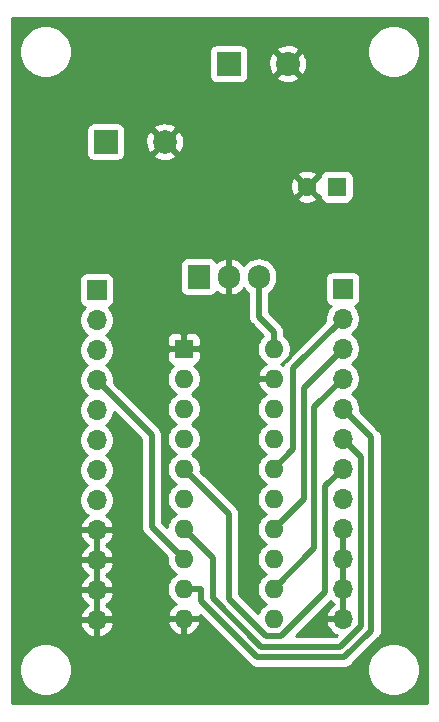
<source format=gtl>
G04 #@! TF.GenerationSoftware,KiCad,Pcbnew,5.1.10-1.fc34*
G04 #@! TF.CreationDate,2021-08-21T17:02:38+03:00*
G04 #@! TF.ProjectId,nmea0183-5V-buffer-board,6e6d6561-3031-4383-932d-35562d627566,rev?*
G04 #@! TF.SameCoordinates,Original*
G04 #@! TF.FileFunction,Copper,L1,Top*
G04 #@! TF.FilePolarity,Positive*
%FSLAX46Y46*%
G04 Gerber Fmt 4.6, Leading zero omitted, Abs format (unit mm)*
G04 Created by KiCad (PCBNEW 5.1.10-1.fc34) date 2021-08-21 17:02:38*
%MOMM*%
%LPD*%
G01*
G04 APERTURE LIST*
G04 #@! TA.AperFunction,ComponentPad*
%ADD10C,2.032000*%
G04 #@! TD*
G04 #@! TA.AperFunction,ComponentPad*
%ADD11R,2.032000X2.032000*%
G04 #@! TD*
G04 #@! TA.AperFunction,ComponentPad*
%ADD12O,1.600000X1.600000*%
G04 #@! TD*
G04 #@! TA.AperFunction,ComponentPad*
%ADD13R,1.600000X1.600000*%
G04 #@! TD*
G04 #@! TA.AperFunction,ComponentPad*
%ADD14O,1.905000X2.000000*%
G04 #@! TD*
G04 #@! TA.AperFunction,ComponentPad*
%ADD15R,1.905000X2.000000*%
G04 #@! TD*
G04 #@! TA.AperFunction,ComponentPad*
%ADD16O,1.700000X1.700000*%
G04 #@! TD*
G04 #@! TA.AperFunction,ComponentPad*
%ADD17R,1.700000X1.700000*%
G04 #@! TD*
G04 #@! TA.AperFunction,ComponentPad*
%ADD18C,1.600000*%
G04 #@! TD*
G04 #@! TA.AperFunction,ComponentPad*
%ADD19C,2.000000*%
G04 #@! TD*
G04 #@! TA.AperFunction,ComponentPad*
%ADD20R,2.000000X2.000000*%
G04 #@! TD*
G04 #@! TA.AperFunction,ViaPad*
%ADD21C,0.800000*%
G04 #@! TD*
G04 #@! TA.AperFunction,Conductor*
%ADD22C,0.500000*%
G04 #@! TD*
G04 #@! TA.AperFunction,Conductor*
%ADD23C,0.254000*%
G04 #@! TD*
G04 #@! TA.AperFunction,Conductor*
%ADD24C,0.100000*%
G04 #@! TD*
G04 APERTURE END LIST*
D10*
X151302720Y-80772000D03*
D11*
X146304000Y-80772000D03*
D12*
X150114000Y-104902000D03*
X142494000Y-127762000D03*
X150114000Y-107442000D03*
X142494000Y-125222000D03*
X150114000Y-109982000D03*
X142494000Y-122682000D03*
X150114000Y-112522000D03*
X142494000Y-120142000D03*
X150114000Y-115062000D03*
X142494000Y-117602000D03*
X150114000Y-117602000D03*
X142494000Y-115062000D03*
X150114000Y-120142000D03*
X142494000Y-112522000D03*
X150114000Y-122682000D03*
X142494000Y-109982000D03*
X150114000Y-125222000D03*
X142494000Y-107442000D03*
X150114000Y-127762000D03*
D13*
X142494000Y-104902000D03*
D14*
X148844000Y-98806000D03*
X146304000Y-98806000D03*
D15*
X143764000Y-98806000D03*
D16*
X155956000Y-127762000D03*
X155956000Y-125222000D03*
X155956000Y-122682000D03*
X155956000Y-120142000D03*
X155956000Y-117602000D03*
X155956000Y-115062000D03*
X155956000Y-112522000D03*
X155956000Y-109982000D03*
X155956000Y-107442000D03*
X155956000Y-104902000D03*
X155956000Y-102362000D03*
D17*
X155956000Y-99822000D03*
D16*
X135128000Y-127868000D03*
X135128000Y-125328000D03*
X135128000Y-122788000D03*
X135128000Y-120248000D03*
X135128000Y-117708000D03*
X135128000Y-115168000D03*
X135128000Y-112628000D03*
X135128000Y-110088000D03*
X135128000Y-107548000D03*
X135128000Y-105008000D03*
X135128000Y-102468000D03*
D17*
X135128000Y-99928000D03*
D18*
X152948000Y-91186000D03*
D13*
X155448000Y-91186000D03*
D19*
X140890000Y-87376000D03*
D20*
X135890000Y-87376000D03*
D21*
X162052000Y-84836000D03*
X162052000Y-91186000D03*
X162052000Y-96266000D03*
X162052000Y-101092000D03*
X162052000Y-106426000D03*
X162052000Y-111506000D03*
X162052000Y-116586000D03*
X162052000Y-121412000D03*
X162052000Y-126746000D03*
X156210000Y-133604000D03*
X151130000Y-134112000D03*
X145288000Y-134112000D03*
X139446000Y-134112000D03*
X135382000Y-133858000D03*
X129286000Y-127254000D03*
X129032000Y-122174000D03*
X129032000Y-117094000D03*
X129032000Y-111760000D03*
X129032000Y-106680000D03*
X129032000Y-101600000D03*
X129032000Y-94996000D03*
X129032000Y-88392000D03*
X129032000Y-83566000D03*
X135382000Y-77724000D03*
X140462000Y-77724000D03*
X145288000Y-77724000D03*
X150114000Y-77724000D03*
X154432000Y-77724000D03*
D22*
X146304000Y-104676900D02*
X144169400Y-104676900D01*
X144169400Y-104676900D02*
X143944300Y-104902000D01*
X148663700Y-107442000D02*
X148663700Y-107036600D01*
X148663700Y-107036600D02*
X146304000Y-104676900D01*
X146304000Y-104676900D02*
X146304000Y-98806000D01*
X142494000Y-104902000D02*
X143944300Y-104902000D01*
X150114000Y-107442000D02*
X148663700Y-107442000D01*
X135128000Y-127762000D02*
X135128000Y-127868000D01*
X135128000Y-125328000D02*
X135128000Y-127762000D01*
X135128000Y-127762000D02*
X141043700Y-127762000D01*
X142494000Y-127762000D02*
X141043700Y-127762000D01*
X155956000Y-125222000D02*
X155956000Y-127762000D01*
X155956000Y-122682000D02*
X155956000Y-125222000D01*
X155956000Y-120142000D02*
X155956000Y-122682000D01*
X135128000Y-122788000D02*
X135128000Y-125328000D01*
X135128000Y-120248000D02*
X135128000Y-122788000D01*
X150114000Y-104902000D02*
X150114000Y-103451700D01*
X148844000Y-98806000D02*
X148844000Y-102181700D01*
X148844000Y-102181700D02*
X150114000Y-103451700D01*
X142494000Y-122682000D02*
X139799600Y-119987600D01*
X139799600Y-119987600D02*
X139799600Y-112219600D01*
X139799600Y-112219600D02*
X135128000Y-107548000D01*
X155956000Y-115062000D02*
X154455700Y-116562300D01*
X154455700Y-116562300D02*
X154455700Y-125518900D01*
X154455700Y-125518900D02*
X150757700Y-129216900D01*
X150757700Y-129216900D02*
X149451400Y-129216900D01*
X149451400Y-129216900D02*
X146304000Y-126069500D01*
X146304000Y-126069500D02*
X146304000Y-118872000D01*
X146304000Y-118872000D02*
X142494000Y-115062000D01*
X155956000Y-112522000D02*
X157480100Y-114046100D01*
X157480100Y-114046100D02*
X157480100Y-128390700D01*
X157480100Y-128390700D02*
X155742600Y-130128200D01*
X155742600Y-130128200D02*
X149089200Y-130128200D01*
X149089200Y-130128200D02*
X144992400Y-126031400D01*
X144992400Y-126031400D02*
X144992400Y-122640400D01*
X144992400Y-122640400D02*
X142494000Y-120142000D01*
X143944300Y-125222000D02*
X143944300Y-126256600D01*
X143944300Y-126256600D02*
X148716200Y-131028500D01*
X148716200Y-131028500D02*
X156115600Y-131028500D01*
X156115600Y-131028500D02*
X158380400Y-128763700D01*
X158380400Y-128763700D02*
X158380400Y-112406400D01*
X158380400Y-112406400D02*
X155956000Y-109982000D01*
X142494000Y-125222000D02*
X143944300Y-125222000D01*
X155956000Y-107442000D02*
X153555300Y-109842700D01*
X153555300Y-109842700D02*
X153555300Y-121780700D01*
X153555300Y-121780700D02*
X150114000Y-125222000D01*
X155956000Y-104902000D02*
X152655000Y-108203000D01*
X152655000Y-108203000D02*
X152655000Y-117601000D01*
X152655000Y-117601000D02*
X150114000Y-120142000D01*
X155956000Y-102362000D02*
X151754700Y-106563300D01*
X151754700Y-106563300D02*
X151754700Y-113421300D01*
X151754700Y-113421300D02*
X150114000Y-115062000D01*
D23*
X163120001Y-134926000D02*
X127964000Y-134926000D01*
X127964000Y-131859872D01*
X128575000Y-131859872D01*
X128575000Y-132300128D01*
X128660890Y-132731925D01*
X128829369Y-133138669D01*
X129073962Y-133504729D01*
X129385271Y-133816038D01*
X129751331Y-134060631D01*
X130158075Y-134229110D01*
X130589872Y-134315000D01*
X131030128Y-134315000D01*
X131461925Y-134229110D01*
X131868669Y-134060631D01*
X132234729Y-133816038D01*
X132546038Y-133504729D01*
X132790631Y-133138669D01*
X132959110Y-132731925D01*
X133045000Y-132300128D01*
X133045000Y-131859872D01*
X132959110Y-131428075D01*
X132790631Y-131021331D01*
X132546038Y-130655271D01*
X132234729Y-130343962D01*
X131868669Y-130099369D01*
X131461925Y-129930890D01*
X131030128Y-129845000D01*
X130589872Y-129845000D01*
X130158075Y-129930890D01*
X129751331Y-130099369D01*
X129385271Y-130343962D01*
X129073962Y-130655271D01*
X128829369Y-131021331D01*
X128660890Y-131428075D01*
X128575000Y-131859872D01*
X127964000Y-131859872D01*
X127964000Y-128224890D01*
X133686524Y-128224890D01*
X133731175Y-128372099D01*
X133856359Y-128634920D01*
X134030412Y-128868269D01*
X134246645Y-129063178D01*
X134496748Y-129212157D01*
X134771109Y-129309481D01*
X135001000Y-129188814D01*
X135001000Y-127995000D01*
X135255000Y-127995000D01*
X135255000Y-129188814D01*
X135484891Y-129309481D01*
X135759252Y-129212157D01*
X136009355Y-129063178D01*
X136225588Y-128868269D01*
X136399641Y-128634920D01*
X136524825Y-128372099D01*
X136569476Y-128224890D01*
X136509393Y-128111039D01*
X141102096Y-128111039D01*
X141142754Y-128245087D01*
X141262963Y-128499420D01*
X141430481Y-128725414D01*
X141638869Y-128914385D01*
X141880119Y-129059070D01*
X142144960Y-129153909D01*
X142367000Y-129032624D01*
X142367000Y-127889000D01*
X142621000Y-127889000D01*
X142621000Y-129032624D01*
X142843040Y-129153909D01*
X143107881Y-129059070D01*
X143349131Y-128914385D01*
X143557519Y-128725414D01*
X143725037Y-128499420D01*
X143845246Y-128245087D01*
X143885904Y-128111039D01*
X143763915Y-127889000D01*
X142621000Y-127889000D01*
X142367000Y-127889000D01*
X141224085Y-127889000D01*
X141102096Y-128111039D01*
X136509393Y-128111039D01*
X136448155Y-127995000D01*
X135255000Y-127995000D01*
X135001000Y-127995000D01*
X133807845Y-127995000D01*
X133686524Y-128224890D01*
X127964000Y-128224890D01*
X127964000Y-125684890D01*
X133686524Y-125684890D01*
X133731175Y-125832099D01*
X133856359Y-126094920D01*
X134030412Y-126328269D01*
X134246645Y-126523178D01*
X134372255Y-126598000D01*
X134246645Y-126672822D01*
X134030412Y-126867731D01*
X133856359Y-127101080D01*
X133731175Y-127363901D01*
X133686524Y-127511110D01*
X133807845Y-127741000D01*
X135001000Y-127741000D01*
X135001000Y-125455000D01*
X135255000Y-125455000D01*
X135255000Y-127741000D01*
X136448155Y-127741000D01*
X136569476Y-127511110D01*
X136524825Y-127363901D01*
X136399641Y-127101080D01*
X136225588Y-126867731D01*
X136009355Y-126672822D01*
X135883745Y-126598000D01*
X136009355Y-126523178D01*
X136225588Y-126328269D01*
X136399641Y-126094920D01*
X136524825Y-125832099D01*
X136569476Y-125684890D01*
X136448155Y-125455000D01*
X135255000Y-125455000D01*
X135001000Y-125455000D01*
X133807845Y-125455000D01*
X133686524Y-125684890D01*
X127964000Y-125684890D01*
X127964000Y-123144890D01*
X133686524Y-123144890D01*
X133731175Y-123292099D01*
X133856359Y-123554920D01*
X134030412Y-123788269D01*
X134246645Y-123983178D01*
X134372255Y-124058000D01*
X134246645Y-124132822D01*
X134030412Y-124327731D01*
X133856359Y-124561080D01*
X133731175Y-124823901D01*
X133686524Y-124971110D01*
X133807845Y-125201000D01*
X135001000Y-125201000D01*
X135001000Y-122915000D01*
X135255000Y-122915000D01*
X135255000Y-125201000D01*
X136448155Y-125201000D01*
X136569476Y-124971110D01*
X136524825Y-124823901D01*
X136399641Y-124561080D01*
X136225588Y-124327731D01*
X136009355Y-124132822D01*
X135883745Y-124058000D01*
X136009355Y-123983178D01*
X136225588Y-123788269D01*
X136399641Y-123554920D01*
X136524825Y-123292099D01*
X136569476Y-123144890D01*
X136448155Y-122915000D01*
X135255000Y-122915000D01*
X135001000Y-122915000D01*
X133807845Y-122915000D01*
X133686524Y-123144890D01*
X127964000Y-123144890D01*
X127964000Y-120604890D01*
X133686524Y-120604890D01*
X133731175Y-120752099D01*
X133856359Y-121014920D01*
X134030412Y-121248269D01*
X134246645Y-121443178D01*
X134372255Y-121518000D01*
X134246645Y-121592822D01*
X134030412Y-121787731D01*
X133856359Y-122021080D01*
X133731175Y-122283901D01*
X133686524Y-122431110D01*
X133807845Y-122661000D01*
X135001000Y-122661000D01*
X135001000Y-120375000D01*
X135255000Y-120375000D01*
X135255000Y-122661000D01*
X136448155Y-122661000D01*
X136569476Y-122431110D01*
X136524825Y-122283901D01*
X136399641Y-122021080D01*
X136225588Y-121787731D01*
X136009355Y-121592822D01*
X135883745Y-121518000D01*
X136009355Y-121443178D01*
X136225588Y-121248269D01*
X136399641Y-121014920D01*
X136524825Y-120752099D01*
X136569476Y-120604890D01*
X136448155Y-120375000D01*
X135255000Y-120375000D01*
X135001000Y-120375000D01*
X133807845Y-120375000D01*
X133686524Y-120604890D01*
X127964000Y-120604890D01*
X127964000Y-99078000D01*
X133639928Y-99078000D01*
X133639928Y-100778000D01*
X133652188Y-100902482D01*
X133688498Y-101022180D01*
X133747463Y-101132494D01*
X133826815Y-101229185D01*
X133923506Y-101308537D01*
X134033820Y-101367502D01*
X134106380Y-101389513D01*
X133974525Y-101521368D01*
X133812010Y-101764589D01*
X133700068Y-102034842D01*
X133643000Y-102321740D01*
X133643000Y-102614260D01*
X133700068Y-102901158D01*
X133812010Y-103171411D01*
X133974525Y-103414632D01*
X134181368Y-103621475D01*
X134355760Y-103738000D01*
X134181368Y-103854525D01*
X133974525Y-104061368D01*
X133812010Y-104304589D01*
X133700068Y-104574842D01*
X133643000Y-104861740D01*
X133643000Y-105154260D01*
X133700068Y-105441158D01*
X133812010Y-105711411D01*
X133974525Y-105954632D01*
X134181368Y-106161475D01*
X134355760Y-106278000D01*
X134181368Y-106394525D01*
X133974525Y-106601368D01*
X133812010Y-106844589D01*
X133700068Y-107114842D01*
X133643000Y-107401740D01*
X133643000Y-107694260D01*
X133700068Y-107981158D01*
X133812010Y-108251411D01*
X133974525Y-108494632D01*
X134181368Y-108701475D01*
X134355760Y-108818000D01*
X134181368Y-108934525D01*
X133974525Y-109141368D01*
X133812010Y-109384589D01*
X133700068Y-109654842D01*
X133643000Y-109941740D01*
X133643000Y-110234260D01*
X133700068Y-110521158D01*
X133812010Y-110791411D01*
X133974525Y-111034632D01*
X134181368Y-111241475D01*
X134355760Y-111358000D01*
X134181368Y-111474525D01*
X133974525Y-111681368D01*
X133812010Y-111924589D01*
X133700068Y-112194842D01*
X133643000Y-112481740D01*
X133643000Y-112774260D01*
X133700068Y-113061158D01*
X133812010Y-113331411D01*
X133974525Y-113574632D01*
X134181368Y-113781475D01*
X134355760Y-113898000D01*
X134181368Y-114014525D01*
X133974525Y-114221368D01*
X133812010Y-114464589D01*
X133700068Y-114734842D01*
X133643000Y-115021740D01*
X133643000Y-115314260D01*
X133700068Y-115601158D01*
X133812010Y-115871411D01*
X133974525Y-116114632D01*
X134181368Y-116321475D01*
X134355760Y-116438000D01*
X134181368Y-116554525D01*
X133974525Y-116761368D01*
X133812010Y-117004589D01*
X133700068Y-117274842D01*
X133643000Y-117561740D01*
X133643000Y-117854260D01*
X133700068Y-118141158D01*
X133812010Y-118411411D01*
X133974525Y-118654632D01*
X134181368Y-118861475D01*
X134363534Y-118983195D01*
X134246645Y-119052822D01*
X134030412Y-119247731D01*
X133856359Y-119481080D01*
X133731175Y-119743901D01*
X133686524Y-119891110D01*
X133807845Y-120121000D01*
X135001000Y-120121000D01*
X135001000Y-120101000D01*
X135255000Y-120101000D01*
X135255000Y-120121000D01*
X136448155Y-120121000D01*
X136569476Y-119891110D01*
X136524825Y-119743901D01*
X136399641Y-119481080D01*
X136225588Y-119247731D01*
X136009355Y-119052822D01*
X135892466Y-118983195D01*
X136074632Y-118861475D01*
X136281475Y-118654632D01*
X136443990Y-118411411D01*
X136555932Y-118141158D01*
X136613000Y-117854260D01*
X136613000Y-117561740D01*
X136555932Y-117274842D01*
X136443990Y-117004589D01*
X136281475Y-116761368D01*
X136074632Y-116554525D01*
X135900240Y-116438000D01*
X136074632Y-116321475D01*
X136281475Y-116114632D01*
X136443990Y-115871411D01*
X136555932Y-115601158D01*
X136613000Y-115314260D01*
X136613000Y-115021740D01*
X136555932Y-114734842D01*
X136443990Y-114464589D01*
X136281475Y-114221368D01*
X136074632Y-114014525D01*
X135900240Y-113898000D01*
X136074632Y-113781475D01*
X136281475Y-113574632D01*
X136443990Y-113331411D01*
X136555932Y-113061158D01*
X136613000Y-112774260D01*
X136613000Y-112481740D01*
X136555932Y-112194842D01*
X136443990Y-111924589D01*
X136281475Y-111681368D01*
X136074632Y-111474525D01*
X135900240Y-111358000D01*
X136074632Y-111241475D01*
X136281475Y-111034632D01*
X136443990Y-110791411D01*
X136555932Y-110521158D01*
X136604652Y-110276230D01*
X138914601Y-112586180D01*
X138914600Y-119944131D01*
X138910319Y-119987600D01*
X138914600Y-120031069D01*
X138914600Y-120031076D01*
X138927405Y-120161089D01*
X138978011Y-120327912D01*
X139060189Y-120481658D01*
X139170783Y-120616417D01*
X139204556Y-120644134D01*
X141065983Y-122505561D01*
X141059000Y-122540665D01*
X141059000Y-122823335D01*
X141114147Y-123100574D01*
X141222320Y-123361727D01*
X141379363Y-123596759D01*
X141579241Y-123796637D01*
X141811759Y-123952000D01*
X141579241Y-124107363D01*
X141379363Y-124307241D01*
X141222320Y-124542273D01*
X141114147Y-124803426D01*
X141059000Y-125080665D01*
X141059000Y-125363335D01*
X141114147Y-125640574D01*
X141222320Y-125901727D01*
X141379363Y-126136759D01*
X141579241Y-126336637D01*
X141814273Y-126493680D01*
X141824865Y-126498067D01*
X141638869Y-126609615D01*
X141430481Y-126798586D01*
X141262963Y-127024580D01*
X141142754Y-127278913D01*
X141102096Y-127412961D01*
X141224085Y-127635000D01*
X142367000Y-127635000D01*
X142367000Y-127615000D01*
X142621000Y-127615000D01*
X142621000Y-127635000D01*
X143763915Y-127635000D01*
X143872848Y-127436726D01*
X148059670Y-131623549D01*
X148087383Y-131657317D01*
X148121151Y-131685030D01*
X148121153Y-131685032D01*
X148222140Y-131767910D01*
X148222141Y-131767911D01*
X148375887Y-131850089D01*
X148542710Y-131900695D01*
X148672723Y-131913500D01*
X148672731Y-131913500D01*
X148716200Y-131917781D01*
X148759669Y-131913500D01*
X156072131Y-131913500D01*
X156115600Y-131917781D01*
X156159069Y-131913500D01*
X156159077Y-131913500D01*
X156289090Y-131900695D01*
X156423663Y-131859872D01*
X158039000Y-131859872D01*
X158039000Y-132300128D01*
X158124890Y-132731925D01*
X158293369Y-133138669D01*
X158537962Y-133504729D01*
X158849271Y-133816038D01*
X159215331Y-134060631D01*
X159622075Y-134229110D01*
X160053872Y-134315000D01*
X160494128Y-134315000D01*
X160925925Y-134229110D01*
X161332669Y-134060631D01*
X161698729Y-133816038D01*
X162010038Y-133504729D01*
X162254631Y-133138669D01*
X162423110Y-132731925D01*
X162509000Y-132300128D01*
X162509000Y-131859872D01*
X162423110Y-131428075D01*
X162254631Y-131021331D01*
X162010038Y-130655271D01*
X161698729Y-130343962D01*
X161332669Y-130099369D01*
X160925925Y-129930890D01*
X160494128Y-129845000D01*
X160053872Y-129845000D01*
X159622075Y-129930890D01*
X159215331Y-130099369D01*
X158849271Y-130343962D01*
X158537962Y-130655271D01*
X158293369Y-131021331D01*
X158124890Y-131428075D01*
X158039000Y-131859872D01*
X156423663Y-131859872D01*
X156455913Y-131850089D01*
X156609659Y-131767911D01*
X156744417Y-131657317D01*
X156772134Y-131623544D01*
X158975450Y-129420229D01*
X159009217Y-129392517D01*
X159077364Y-129309481D01*
X159119811Y-129257759D01*
X159201988Y-129104014D01*
X159201989Y-129104013D01*
X159252595Y-128937190D01*
X159265400Y-128807177D01*
X159265400Y-128807169D01*
X159269681Y-128763700D01*
X159265400Y-128720231D01*
X159265400Y-112449865D01*
X159269681Y-112406399D01*
X159265400Y-112362933D01*
X159265400Y-112362923D01*
X159252595Y-112232910D01*
X159201989Y-112066087D01*
X159119811Y-111912341D01*
X159009217Y-111777583D01*
X158975449Y-111749870D01*
X157426539Y-110200961D01*
X157441000Y-110128260D01*
X157441000Y-109835740D01*
X157383932Y-109548842D01*
X157271990Y-109278589D01*
X157109475Y-109035368D01*
X156902632Y-108828525D01*
X156728240Y-108712000D01*
X156902632Y-108595475D01*
X157109475Y-108388632D01*
X157271990Y-108145411D01*
X157383932Y-107875158D01*
X157441000Y-107588260D01*
X157441000Y-107295740D01*
X157383932Y-107008842D01*
X157271990Y-106738589D01*
X157109475Y-106495368D01*
X156902632Y-106288525D01*
X156728240Y-106172000D01*
X156902632Y-106055475D01*
X157109475Y-105848632D01*
X157271990Y-105605411D01*
X157383932Y-105335158D01*
X157441000Y-105048260D01*
X157441000Y-104755740D01*
X157383932Y-104468842D01*
X157271990Y-104198589D01*
X157109475Y-103955368D01*
X156902632Y-103748525D01*
X156728240Y-103632000D01*
X156902632Y-103515475D01*
X157109475Y-103308632D01*
X157271990Y-103065411D01*
X157383932Y-102795158D01*
X157441000Y-102508260D01*
X157441000Y-102215740D01*
X157383932Y-101928842D01*
X157271990Y-101658589D01*
X157109475Y-101415368D01*
X156977620Y-101283513D01*
X157050180Y-101261502D01*
X157160494Y-101202537D01*
X157257185Y-101123185D01*
X157336537Y-101026494D01*
X157395502Y-100916180D01*
X157431812Y-100796482D01*
X157444072Y-100672000D01*
X157444072Y-98972000D01*
X157431812Y-98847518D01*
X157395502Y-98727820D01*
X157336537Y-98617506D01*
X157257185Y-98520815D01*
X157160494Y-98441463D01*
X157050180Y-98382498D01*
X156930482Y-98346188D01*
X156806000Y-98333928D01*
X155106000Y-98333928D01*
X154981518Y-98346188D01*
X154861820Y-98382498D01*
X154751506Y-98441463D01*
X154654815Y-98520815D01*
X154575463Y-98617506D01*
X154516498Y-98727820D01*
X154480188Y-98847518D01*
X154467928Y-98972000D01*
X154467928Y-100672000D01*
X154480188Y-100796482D01*
X154516498Y-100916180D01*
X154575463Y-101026494D01*
X154654815Y-101123185D01*
X154751506Y-101202537D01*
X154861820Y-101261502D01*
X154934380Y-101283513D01*
X154802525Y-101415368D01*
X154640010Y-101658589D01*
X154528068Y-101928842D01*
X154471000Y-102215740D01*
X154471000Y-102508260D01*
X154485461Y-102580960D01*
X151159656Y-105906766D01*
X151125883Y-105934483D01*
X151015289Y-106069242D01*
X150933111Y-106222988D01*
X150921555Y-106261082D01*
X150783135Y-106178067D01*
X150793727Y-106173680D01*
X151028759Y-106016637D01*
X151228637Y-105816759D01*
X151385680Y-105581727D01*
X151493853Y-105320574D01*
X151549000Y-105043335D01*
X151549000Y-104760665D01*
X151493853Y-104483426D01*
X151385680Y-104222273D01*
X151228637Y-103987241D01*
X151028759Y-103787363D01*
X150999000Y-103767479D01*
X150999000Y-103495165D01*
X151003281Y-103451699D01*
X150999000Y-103408233D01*
X150999000Y-103408223D01*
X150986195Y-103278210D01*
X150935589Y-103111387D01*
X150853411Y-102957641D01*
X150742817Y-102822883D01*
X150709049Y-102795170D01*
X149729000Y-101815122D01*
X149729000Y-100180505D01*
X149730235Y-100179845D01*
X149971963Y-99981463D01*
X150170345Y-99739734D01*
X150317755Y-99463948D01*
X150408530Y-99164703D01*
X150431500Y-98931485D01*
X150431500Y-98680514D01*
X150408530Y-98447296D01*
X150317755Y-98148051D01*
X150170345Y-97872265D01*
X149971963Y-97630537D01*
X149730234Y-97432155D01*
X149454448Y-97284745D01*
X149155203Y-97193970D01*
X148844000Y-97163319D01*
X148532796Y-97193970D01*
X148233551Y-97284745D01*
X147957765Y-97432155D01*
X147716037Y-97630537D01*
X147568838Y-97809900D01*
X147413437Y-97624685D01*
X147170923Y-97430031D01*
X146895094Y-97286429D01*
X146676980Y-97215437D01*
X146431000Y-97335406D01*
X146431000Y-98679000D01*
X146451000Y-98679000D01*
X146451000Y-98933000D01*
X146431000Y-98933000D01*
X146431000Y-100276594D01*
X146676980Y-100396563D01*
X146895094Y-100325571D01*
X147170923Y-100181969D01*
X147413437Y-99987315D01*
X147568837Y-99802101D01*
X147716037Y-99981463D01*
X147957766Y-100179845D01*
X147959000Y-100180505D01*
X147959001Y-102138221D01*
X147954719Y-102181700D01*
X147971805Y-102355190D01*
X148022412Y-102522013D01*
X148104590Y-102675759D01*
X148187468Y-102776746D01*
X148187471Y-102776749D01*
X148215184Y-102810517D01*
X148248951Y-102838229D01*
X149198663Y-103787941D01*
X148999363Y-103987241D01*
X148842320Y-104222273D01*
X148734147Y-104483426D01*
X148679000Y-104760665D01*
X148679000Y-105043335D01*
X148734147Y-105320574D01*
X148842320Y-105581727D01*
X148999363Y-105816759D01*
X149199241Y-106016637D01*
X149434273Y-106173680D01*
X149444865Y-106178067D01*
X149258869Y-106289615D01*
X149050481Y-106478586D01*
X148882963Y-106704580D01*
X148762754Y-106958913D01*
X148722096Y-107092961D01*
X148844085Y-107315000D01*
X149987000Y-107315000D01*
X149987000Y-107295000D01*
X150241000Y-107295000D01*
X150241000Y-107315000D01*
X150261000Y-107315000D01*
X150261000Y-107569000D01*
X150241000Y-107569000D01*
X150241000Y-107589000D01*
X149987000Y-107589000D01*
X149987000Y-107569000D01*
X148844085Y-107569000D01*
X148722096Y-107791039D01*
X148762754Y-107925087D01*
X148882963Y-108179420D01*
X149050481Y-108405414D01*
X149258869Y-108594385D01*
X149444865Y-108705933D01*
X149434273Y-108710320D01*
X149199241Y-108867363D01*
X148999363Y-109067241D01*
X148842320Y-109302273D01*
X148734147Y-109563426D01*
X148679000Y-109840665D01*
X148679000Y-110123335D01*
X148734147Y-110400574D01*
X148842320Y-110661727D01*
X148999363Y-110896759D01*
X149199241Y-111096637D01*
X149431759Y-111252000D01*
X149199241Y-111407363D01*
X148999363Y-111607241D01*
X148842320Y-111842273D01*
X148734147Y-112103426D01*
X148679000Y-112380665D01*
X148679000Y-112663335D01*
X148734147Y-112940574D01*
X148842320Y-113201727D01*
X148999363Y-113436759D01*
X149199241Y-113636637D01*
X149431759Y-113792000D01*
X149199241Y-113947363D01*
X148999363Y-114147241D01*
X148842320Y-114382273D01*
X148734147Y-114643426D01*
X148679000Y-114920665D01*
X148679000Y-115203335D01*
X148734147Y-115480574D01*
X148842320Y-115741727D01*
X148999363Y-115976759D01*
X149199241Y-116176637D01*
X149431759Y-116332000D01*
X149199241Y-116487363D01*
X148999363Y-116687241D01*
X148842320Y-116922273D01*
X148734147Y-117183426D01*
X148679000Y-117460665D01*
X148679000Y-117743335D01*
X148734147Y-118020574D01*
X148842320Y-118281727D01*
X148999363Y-118516759D01*
X149199241Y-118716637D01*
X149431759Y-118872000D01*
X149199241Y-119027363D01*
X148999363Y-119227241D01*
X148842320Y-119462273D01*
X148734147Y-119723426D01*
X148679000Y-120000665D01*
X148679000Y-120283335D01*
X148734147Y-120560574D01*
X148842320Y-120821727D01*
X148999363Y-121056759D01*
X149199241Y-121256637D01*
X149431759Y-121412000D01*
X149199241Y-121567363D01*
X148999363Y-121767241D01*
X148842320Y-122002273D01*
X148734147Y-122263426D01*
X148679000Y-122540665D01*
X148679000Y-122823335D01*
X148734147Y-123100574D01*
X148842320Y-123361727D01*
X148999363Y-123596759D01*
X149199241Y-123796637D01*
X149431759Y-123952000D01*
X149199241Y-124107363D01*
X148999363Y-124307241D01*
X148842320Y-124542273D01*
X148734147Y-124803426D01*
X148679000Y-125080665D01*
X148679000Y-125363335D01*
X148734147Y-125640574D01*
X148842320Y-125901727D01*
X148999363Y-126136759D01*
X149199241Y-126336637D01*
X149431759Y-126492000D01*
X149199241Y-126647363D01*
X148999363Y-126847241D01*
X148842320Y-127082273D01*
X148762077Y-127275998D01*
X147189000Y-125702922D01*
X147189000Y-118915469D01*
X147193281Y-118872000D01*
X147189000Y-118828531D01*
X147189000Y-118828523D01*
X147176195Y-118698510D01*
X147162885Y-118654632D01*
X147125589Y-118531686D01*
X147043411Y-118377941D01*
X146960532Y-118276953D01*
X146960530Y-118276951D01*
X146932817Y-118243183D01*
X146899049Y-118215470D01*
X143922017Y-115238439D01*
X143929000Y-115203335D01*
X143929000Y-114920665D01*
X143873853Y-114643426D01*
X143765680Y-114382273D01*
X143608637Y-114147241D01*
X143408759Y-113947363D01*
X143176241Y-113792000D01*
X143408759Y-113636637D01*
X143608637Y-113436759D01*
X143765680Y-113201727D01*
X143873853Y-112940574D01*
X143929000Y-112663335D01*
X143929000Y-112380665D01*
X143873853Y-112103426D01*
X143765680Y-111842273D01*
X143608637Y-111607241D01*
X143408759Y-111407363D01*
X143176241Y-111252000D01*
X143408759Y-111096637D01*
X143608637Y-110896759D01*
X143765680Y-110661727D01*
X143873853Y-110400574D01*
X143929000Y-110123335D01*
X143929000Y-109840665D01*
X143873853Y-109563426D01*
X143765680Y-109302273D01*
X143608637Y-109067241D01*
X143408759Y-108867363D01*
X143176241Y-108712000D01*
X143408759Y-108556637D01*
X143608637Y-108356759D01*
X143765680Y-108121727D01*
X143873853Y-107860574D01*
X143929000Y-107583335D01*
X143929000Y-107300665D01*
X143873853Y-107023426D01*
X143765680Y-106762273D01*
X143608637Y-106527241D01*
X143410039Y-106328643D01*
X143418482Y-106327812D01*
X143538180Y-106291502D01*
X143648494Y-106232537D01*
X143745185Y-106153185D01*
X143824537Y-106056494D01*
X143883502Y-105946180D01*
X143919812Y-105826482D01*
X143932072Y-105702000D01*
X143929000Y-105187750D01*
X143770250Y-105029000D01*
X142621000Y-105029000D01*
X142621000Y-105049000D01*
X142367000Y-105049000D01*
X142367000Y-105029000D01*
X141217750Y-105029000D01*
X141059000Y-105187750D01*
X141055928Y-105702000D01*
X141068188Y-105826482D01*
X141104498Y-105946180D01*
X141163463Y-106056494D01*
X141242815Y-106153185D01*
X141339506Y-106232537D01*
X141449820Y-106291502D01*
X141569518Y-106327812D01*
X141577961Y-106328643D01*
X141379363Y-106527241D01*
X141222320Y-106762273D01*
X141114147Y-107023426D01*
X141059000Y-107300665D01*
X141059000Y-107583335D01*
X141114147Y-107860574D01*
X141222320Y-108121727D01*
X141379363Y-108356759D01*
X141579241Y-108556637D01*
X141811759Y-108712000D01*
X141579241Y-108867363D01*
X141379363Y-109067241D01*
X141222320Y-109302273D01*
X141114147Y-109563426D01*
X141059000Y-109840665D01*
X141059000Y-110123335D01*
X141114147Y-110400574D01*
X141222320Y-110661727D01*
X141379363Y-110896759D01*
X141579241Y-111096637D01*
X141811759Y-111252000D01*
X141579241Y-111407363D01*
X141379363Y-111607241D01*
X141222320Y-111842273D01*
X141114147Y-112103426D01*
X141059000Y-112380665D01*
X141059000Y-112663335D01*
X141114147Y-112940574D01*
X141222320Y-113201727D01*
X141379363Y-113436759D01*
X141579241Y-113636637D01*
X141811759Y-113792000D01*
X141579241Y-113947363D01*
X141379363Y-114147241D01*
X141222320Y-114382273D01*
X141114147Y-114643426D01*
X141059000Y-114920665D01*
X141059000Y-115203335D01*
X141114147Y-115480574D01*
X141222320Y-115741727D01*
X141379363Y-115976759D01*
X141579241Y-116176637D01*
X141811759Y-116332000D01*
X141579241Y-116487363D01*
X141379363Y-116687241D01*
X141222320Y-116922273D01*
X141114147Y-117183426D01*
X141059000Y-117460665D01*
X141059000Y-117743335D01*
X141114147Y-118020574D01*
X141222320Y-118281727D01*
X141379363Y-118516759D01*
X141579241Y-118716637D01*
X141811759Y-118872000D01*
X141579241Y-119027363D01*
X141379363Y-119227241D01*
X141222320Y-119462273D01*
X141114147Y-119723426D01*
X141059870Y-119996292D01*
X140684600Y-119621022D01*
X140684600Y-112263066D01*
X140688881Y-112219599D01*
X140684600Y-112176133D01*
X140684600Y-112176123D01*
X140671795Y-112046110D01*
X140621189Y-111879287D01*
X140539011Y-111725541D01*
X140476856Y-111649805D01*
X140456132Y-111624553D01*
X140456130Y-111624551D01*
X140428417Y-111590783D01*
X140394649Y-111563070D01*
X136598539Y-107766961D01*
X136613000Y-107694260D01*
X136613000Y-107401740D01*
X136555932Y-107114842D01*
X136443990Y-106844589D01*
X136281475Y-106601368D01*
X136074632Y-106394525D01*
X135900240Y-106278000D01*
X136074632Y-106161475D01*
X136281475Y-105954632D01*
X136443990Y-105711411D01*
X136555932Y-105441158D01*
X136613000Y-105154260D01*
X136613000Y-104861740D01*
X136555932Y-104574842D01*
X136443990Y-104304589D01*
X136308625Y-104102000D01*
X141055928Y-104102000D01*
X141059000Y-104616250D01*
X141217750Y-104775000D01*
X142367000Y-104775000D01*
X142367000Y-103625750D01*
X142621000Y-103625750D01*
X142621000Y-104775000D01*
X143770250Y-104775000D01*
X143929000Y-104616250D01*
X143932072Y-104102000D01*
X143919812Y-103977518D01*
X143883502Y-103857820D01*
X143824537Y-103747506D01*
X143745185Y-103650815D01*
X143648494Y-103571463D01*
X143538180Y-103512498D01*
X143418482Y-103476188D01*
X143294000Y-103463928D01*
X142779750Y-103467000D01*
X142621000Y-103625750D01*
X142367000Y-103625750D01*
X142208250Y-103467000D01*
X141694000Y-103463928D01*
X141569518Y-103476188D01*
X141449820Y-103512498D01*
X141339506Y-103571463D01*
X141242815Y-103650815D01*
X141163463Y-103747506D01*
X141104498Y-103857820D01*
X141068188Y-103977518D01*
X141055928Y-104102000D01*
X136308625Y-104102000D01*
X136281475Y-104061368D01*
X136074632Y-103854525D01*
X135900240Y-103738000D01*
X136074632Y-103621475D01*
X136281475Y-103414632D01*
X136443990Y-103171411D01*
X136555932Y-102901158D01*
X136613000Y-102614260D01*
X136613000Y-102321740D01*
X136555932Y-102034842D01*
X136443990Y-101764589D01*
X136281475Y-101521368D01*
X136149620Y-101389513D01*
X136222180Y-101367502D01*
X136332494Y-101308537D01*
X136429185Y-101229185D01*
X136508537Y-101132494D01*
X136567502Y-101022180D01*
X136603812Y-100902482D01*
X136616072Y-100778000D01*
X136616072Y-99078000D01*
X136603812Y-98953518D01*
X136567502Y-98833820D01*
X136508537Y-98723506D01*
X136429185Y-98626815D01*
X136332494Y-98547463D01*
X136222180Y-98488498D01*
X136102482Y-98452188D01*
X135978000Y-98439928D01*
X134278000Y-98439928D01*
X134153518Y-98452188D01*
X134033820Y-98488498D01*
X133923506Y-98547463D01*
X133826815Y-98626815D01*
X133747463Y-98723506D01*
X133688498Y-98833820D01*
X133652188Y-98953518D01*
X133639928Y-99078000D01*
X127964000Y-99078000D01*
X127964000Y-97806000D01*
X142173428Y-97806000D01*
X142173428Y-99806000D01*
X142185688Y-99930482D01*
X142221998Y-100050180D01*
X142280963Y-100160494D01*
X142360315Y-100257185D01*
X142457006Y-100336537D01*
X142567320Y-100395502D01*
X142687018Y-100431812D01*
X142811500Y-100444072D01*
X144716500Y-100444072D01*
X144840982Y-100431812D01*
X144960680Y-100395502D01*
X145070994Y-100336537D01*
X145167685Y-100257185D01*
X145247037Y-100160494D01*
X145296059Y-100068781D01*
X145437077Y-100181969D01*
X145712906Y-100325571D01*
X145931020Y-100396563D01*
X146177000Y-100276594D01*
X146177000Y-98933000D01*
X146157000Y-98933000D01*
X146157000Y-98679000D01*
X146177000Y-98679000D01*
X146177000Y-97335406D01*
X145931020Y-97215437D01*
X145712906Y-97286429D01*
X145437077Y-97430031D01*
X145296059Y-97543219D01*
X145247037Y-97451506D01*
X145167685Y-97354815D01*
X145070994Y-97275463D01*
X144960680Y-97216498D01*
X144840982Y-97180188D01*
X144716500Y-97167928D01*
X142811500Y-97167928D01*
X142687018Y-97180188D01*
X142567320Y-97216498D01*
X142457006Y-97275463D01*
X142360315Y-97354815D01*
X142280963Y-97451506D01*
X142221998Y-97561820D01*
X142185688Y-97681518D01*
X142173428Y-97806000D01*
X127964000Y-97806000D01*
X127964000Y-92178702D01*
X152134903Y-92178702D01*
X152206486Y-92422671D01*
X152461996Y-92543571D01*
X152736184Y-92612300D01*
X153018512Y-92626217D01*
X153298130Y-92584787D01*
X153564292Y-92489603D01*
X153689514Y-92422671D01*
X153761097Y-92178702D01*
X152948000Y-91365605D01*
X152134903Y-92178702D01*
X127964000Y-92178702D01*
X127964000Y-91256512D01*
X151507783Y-91256512D01*
X151549213Y-91536130D01*
X151644397Y-91802292D01*
X151711329Y-91927514D01*
X151955298Y-91999097D01*
X152768395Y-91186000D01*
X153127605Y-91186000D01*
X153940702Y-91999097D01*
X154009928Y-91978785D01*
X154009928Y-91986000D01*
X154022188Y-92110482D01*
X154058498Y-92230180D01*
X154117463Y-92340494D01*
X154196815Y-92437185D01*
X154293506Y-92516537D01*
X154403820Y-92575502D01*
X154523518Y-92611812D01*
X154648000Y-92624072D01*
X156248000Y-92624072D01*
X156372482Y-92611812D01*
X156492180Y-92575502D01*
X156602494Y-92516537D01*
X156699185Y-92437185D01*
X156778537Y-92340494D01*
X156837502Y-92230180D01*
X156873812Y-92110482D01*
X156886072Y-91986000D01*
X156886072Y-90386000D01*
X156873812Y-90261518D01*
X156837502Y-90141820D01*
X156778537Y-90031506D01*
X156699185Y-89934815D01*
X156602494Y-89855463D01*
X156492180Y-89796498D01*
X156372482Y-89760188D01*
X156248000Y-89747928D01*
X154648000Y-89747928D01*
X154523518Y-89760188D01*
X154403820Y-89796498D01*
X154293506Y-89855463D01*
X154196815Y-89934815D01*
X154117463Y-90031506D01*
X154058498Y-90141820D01*
X154022188Y-90261518D01*
X154009928Y-90386000D01*
X154009928Y-90393215D01*
X153940702Y-90372903D01*
X153127605Y-91186000D01*
X152768395Y-91186000D01*
X151955298Y-90372903D01*
X151711329Y-90444486D01*
X151590429Y-90699996D01*
X151521700Y-90974184D01*
X151507783Y-91256512D01*
X127964000Y-91256512D01*
X127964000Y-90193298D01*
X152134903Y-90193298D01*
X152948000Y-91006395D01*
X153761097Y-90193298D01*
X153689514Y-89949329D01*
X153434004Y-89828429D01*
X153159816Y-89759700D01*
X152877488Y-89745783D01*
X152597870Y-89787213D01*
X152331708Y-89882397D01*
X152206486Y-89949329D01*
X152134903Y-90193298D01*
X127964000Y-90193298D01*
X127964000Y-86376000D01*
X134251928Y-86376000D01*
X134251928Y-88376000D01*
X134264188Y-88500482D01*
X134300498Y-88620180D01*
X134359463Y-88730494D01*
X134438815Y-88827185D01*
X134535506Y-88906537D01*
X134645820Y-88965502D01*
X134765518Y-89001812D01*
X134890000Y-89014072D01*
X136890000Y-89014072D01*
X137014482Y-89001812D01*
X137134180Y-88965502D01*
X137244494Y-88906537D01*
X137341185Y-88827185D01*
X137420537Y-88730494D01*
X137479502Y-88620180D01*
X137512496Y-88511413D01*
X139934192Y-88511413D01*
X140029956Y-88775814D01*
X140319571Y-88916704D01*
X140631108Y-88998384D01*
X140952595Y-89017718D01*
X141271675Y-88973961D01*
X141576088Y-88868795D01*
X141750044Y-88775814D01*
X141845808Y-88511413D01*
X140890000Y-87555605D01*
X139934192Y-88511413D01*
X137512496Y-88511413D01*
X137515812Y-88500482D01*
X137528072Y-88376000D01*
X137528072Y-87438595D01*
X139248282Y-87438595D01*
X139292039Y-87757675D01*
X139397205Y-88062088D01*
X139490186Y-88236044D01*
X139754587Y-88331808D01*
X140710395Y-87376000D01*
X141069605Y-87376000D01*
X142025413Y-88331808D01*
X142289814Y-88236044D01*
X142430704Y-87946429D01*
X142512384Y-87634892D01*
X142531718Y-87313405D01*
X142487961Y-86994325D01*
X142382795Y-86689912D01*
X142289814Y-86515956D01*
X142025413Y-86420192D01*
X141069605Y-87376000D01*
X140710395Y-87376000D01*
X139754587Y-86420192D01*
X139490186Y-86515956D01*
X139349296Y-86805571D01*
X139267616Y-87117108D01*
X139248282Y-87438595D01*
X137528072Y-87438595D01*
X137528072Y-86376000D01*
X137515812Y-86251518D01*
X137512497Y-86240587D01*
X139934192Y-86240587D01*
X140890000Y-87196395D01*
X141845808Y-86240587D01*
X141750044Y-85976186D01*
X141460429Y-85835296D01*
X141148892Y-85753616D01*
X140827405Y-85734282D01*
X140508325Y-85778039D01*
X140203912Y-85883205D01*
X140029956Y-85976186D01*
X139934192Y-86240587D01*
X137512497Y-86240587D01*
X137479502Y-86131820D01*
X137420537Y-86021506D01*
X137341185Y-85924815D01*
X137244494Y-85845463D01*
X137134180Y-85786498D01*
X137014482Y-85750188D01*
X136890000Y-85737928D01*
X134890000Y-85737928D01*
X134765518Y-85750188D01*
X134645820Y-85786498D01*
X134535506Y-85845463D01*
X134438815Y-85924815D01*
X134359463Y-86021506D01*
X134300498Y-86131820D01*
X134264188Y-86251518D01*
X134251928Y-86376000D01*
X127964000Y-86376000D01*
X127964000Y-79535872D01*
X128575000Y-79535872D01*
X128575000Y-79976128D01*
X128660890Y-80407925D01*
X128829369Y-80814669D01*
X129073962Y-81180729D01*
X129385271Y-81492038D01*
X129751331Y-81736631D01*
X130158075Y-81905110D01*
X130589872Y-81991000D01*
X131030128Y-81991000D01*
X131461925Y-81905110D01*
X131868669Y-81736631D01*
X132234729Y-81492038D01*
X132546038Y-81180729D01*
X132790631Y-80814669D01*
X132959110Y-80407925D01*
X133045000Y-79976128D01*
X133045000Y-79756000D01*
X144649928Y-79756000D01*
X144649928Y-81788000D01*
X144662188Y-81912482D01*
X144698498Y-82032180D01*
X144757463Y-82142494D01*
X144836815Y-82239185D01*
X144933506Y-82318537D01*
X145043820Y-82377502D01*
X145163518Y-82413812D01*
X145288000Y-82426072D01*
X147320000Y-82426072D01*
X147444482Y-82413812D01*
X147564180Y-82377502D01*
X147674494Y-82318537D01*
X147771185Y-82239185D01*
X147850537Y-82142494D01*
X147909502Y-82032180D01*
X147943888Y-81918823D01*
X150335502Y-81918823D01*
X150433198Y-82184860D01*
X150725541Y-82327348D01*
X151040064Y-82410064D01*
X151364682Y-82429831D01*
X151686918Y-82385888D01*
X151994390Y-82279924D01*
X152172242Y-82184860D01*
X152269938Y-81918823D01*
X151302720Y-80951605D01*
X150335502Y-81918823D01*
X147943888Y-81918823D01*
X147945812Y-81912482D01*
X147958072Y-81788000D01*
X147958072Y-80833962D01*
X149644889Y-80833962D01*
X149688832Y-81156198D01*
X149794796Y-81463670D01*
X149889860Y-81641522D01*
X150155897Y-81739218D01*
X151123115Y-80772000D01*
X151482325Y-80772000D01*
X152449543Y-81739218D01*
X152715580Y-81641522D01*
X152858068Y-81349179D01*
X152940784Y-81034656D01*
X152960551Y-80710038D01*
X152916608Y-80387802D01*
X152810644Y-80080330D01*
X152715580Y-79902478D01*
X152449543Y-79804782D01*
X151482325Y-80772000D01*
X151123115Y-80772000D01*
X150155897Y-79804782D01*
X149889860Y-79902478D01*
X149747372Y-80194821D01*
X149664656Y-80509344D01*
X149644889Y-80833962D01*
X147958072Y-80833962D01*
X147958072Y-79756000D01*
X147945812Y-79631518D01*
X147943889Y-79625177D01*
X150335502Y-79625177D01*
X151302720Y-80592395D01*
X152269938Y-79625177D01*
X152237143Y-79535872D01*
X158039000Y-79535872D01*
X158039000Y-79976128D01*
X158124890Y-80407925D01*
X158293369Y-80814669D01*
X158537962Y-81180729D01*
X158849271Y-81492038D01*
X159215331Y-81736631D01*
X159622075Y-81905110D01*
X160053872Y-81991000D01*
X160494128Y-81991000D01*
X160925925Y-81905110D01*
X161332669Y-81736631D01*
X161698729Y-81492038D01*
X162010038Y-81180729D01*
X162254631Y-80814669D01*
X162423110Y-80407925D01*
X162509000Y-79976128D01*
X162509000Y-79535872D01*
X162423110Y-79104075D01*
X162254631Y-78697331D01*
X162010038Y-78331271D01*
X161698729Y-78019962D01*
X161332669Y-77775369D01*
X160925925Y-77606890D01*
X160494128Y-77521000D01*
X160053872Y-77521000D01*
X159622075Y-77606890D01*
X159215331Y-77775369D01*
X158849271Y-78019962D01*
X158537962Y-78331271D01*
X158293369Y-78697331D01*
X158124890Y-79104075D01*
X158039000Y-79535872D01*
X152237143Y-79535872D01*
X152172242Y-79359140D01*
X151879899Y-79216652D01*
X151565376Y-79133936D01*
X151240758Y-79114169D01*
X150918522Y-79158112D01*
X150611050Y-79264076D01*
X150433198Y-79359140D01*
X150335502Y-79625177D01*
X147943889Y-79625177D01*
X147909502Y-79511820D01*
X147850537Y-79401506D01*
X147771185Y-79304815D01*
X147674494Y-79225463D01*
X147564180Y-79166498D01*
X147444482Y-79130188D01*
X147320000Y-79117928D01*
X145288000Y-79117928D01*
X145163518Y-79130188D01*
X145043820Y-79166498D01*
X144933506Y-79225463D01*
X144836815Y-79304815D01*
X144757463Y-79401506D01*
X144698498Y-79511820D01*
X144662188Y-79631518D01*
X144649928Y-79756000D01*
X133045000Y-79756000D01*
X133045000Y-79535872D01*
X132959110Y-79104075D01*
X132790631Y-78697331D01*
X132546038Y-78331271D01*
X132234729Y-78019962D01*
X131868669Y-77775369D01*
X131461925Y-77606890D01*
X131030128Y-77521000D01*
X130589872Y-77521000D01*
X130158075Y-77606890D01*
X129751331Y-77775369D01*
X129385271Y-78019962D01*
X129073962Y-78331271D01*
X128829369Y-78697331D01*
X128660890Y-79104075D01*
X128575000Y-79535872D01*
X127964000Y-79535872D01*
X127964000Y-76910000D01*
X163120000Y-76910000D01*
X163120001Y-134926000D01*
G04 #@! TA.AperFunction,Conductor*
D24*
G36*
X163120001Y-134926000D02*
G01*
X127964000Y-134926000D01*
X127964000Y-131859872D01*
X128575000Y-131859872D01*
X128575000Y-132300128D01*
X128660890Y-132731925D01*
X128829369Y-133138669D01*
X129073962Y-133504729D01*
X129385271Y-133816038D01*
X129751331Y-134060631D01*
X130158075Y-134229110D01*
X130589872Y-134315000D01*
X131030128Y-134315000D01*
X131461925Y-134229110D01*
X131868669Y-134060631D01*
X132234729Y-133816038D01*
X132546038Y-133504729D01*
X132790631Y-133138669D01*
X132959110Y-132731925D01*
X133045000Y-132300128D01*
X133045000Y-131859872D01*
X132959110Y-131428075D01*
X132790631Y-131021331D01*
X132546038Y-130655271D01*
X132234729Y-130343962D01*
X131868669Y-130099369D01*
X131461925Y-129930890D01*
X131030128Y-129845000D01*
X130589872Y-129845000D01*
X130158075Y-129930890D01*
X129751331Y-130099369D01*
X129385271Y-130343962D01*
X129073962Y-130655271D01*
X128829369Y-131021331D01*
X128660890Y-131428075D01*
X128575000Y-131859872D01*
X127964000Y-131859872D01*
X127964000Y-128224890D01*
X133686524Y-128224890D01*
X133731175Y-128372099D01*
X133856359Y-128634920D01*
X134030412Y-128868269D01*
X134246645Y-129063178D01*
X134496748Y-129212157D01*
X134771109Y-129309481D01*
X135001000Y-129188814D01*
X135001000Y-127995000D01*
X135255000Y-127995000D01*
X135255000Y-129188814D01*
X135484891Y-129309481D01*
X135759252Y-129212157D01*
X136009355Y-129063178D01*
X136225588Y-128868269D01*
X136399641Y-128634920D01*
X136524825Y-128372099D01*
X136569476Y-128224890D01*
X136509393Y-128111039D01*
X141102096Y-128111039D01*
X141142754Y-128245087D01*
X141262963Y-128499420D01*
X141430481Y-128725414D01*
X141638869Y-128914385D01*
X141880119Y-129059070D01*
X142144960Y-129153909D01*
X142367000Y-129032624D01*
X142367000Y-127889000D01*
X142621000Y-127889000D01*
X142621000Y-129032624D01*
X142843040Y-129153909D01*
X143107881Y-129059070D01*
X143349131Y-128914385D01*
X143557519Y-128725414D01*
X143725037Y-128499420D01*
X143845246Y-128245087D01*
X143885904Y-128111039D01*
X143763915Y-127889000D01*
X142621000Y-127889000D01*
X142367000Y-127889000D01*
X141224085Y-127889000D01*
X141102096Y-128111039D01*
X136509393Y-128111039D01*
X136448155Y-127995000D01*
X135255000Y-127995000D01*
X135001000Y-127995000D01*
X133807845Y-127995000D01*
X133686524Y-128224890D01*
X127964000Y-128224890D01*
X127964000Y-125684890D01*
X133686524Y-125684890D01*
X133731175Y-125832099D01*
X133856359Y-126094920D01*
X134030412Y-126328269D01*
X134246645Y-126523178D01*
X134372255Y-126598000D01*
X134246645Y-126672822D01*
X134030412Y-126867731D01*
X133856359Y-127101080D01*
X133731175Y-127363901D01*
X133686524Y-127511110D01*
X133807845Y-127741000D01*
X135001000Y-127741000D01*
X135001000Y-125455000D01*
X135255000Y-125455000D01*
X135255000Y-127741000D01*
X136448155Y-127741000D01*
X136569476Y-127511110D01*
X136524825Y-127363901D01*
X136399641Y-127101080D01*
X136225588Y-126867731D01*
X136009355Y-126672822D01*
X135883745Y-126598000D01*
X136009355Y-126523178D01*
X136225588Y-126328269D01*
X136399641Y-126094920D01*
X136524825Y-125832099D01*
X136569476Y-125684890D01*
X136448155Y-125455000D01*
X135255000Y-125455000D01*
X135001000Y-125455000D01*
X133807845Y-125455000D01*
X133686524Y-125684890D01*
X127964000Y-125684890D01*
X127964000Y-123144890D01*
X133686524Y-123144890D01*
X133731175Y-123292099D01*
X133856359Y-123554920D01*
X134030412Y-123788269D01*
X134246645Y-123983178D01*
X134372255Y-124058000D01*
X134246645Y-124132822D01*
X134030412Y-124327731D01*
X133856359Y-124561080D01*
X133731175Y-124823901D01*
X133686524Y-124971110D01*
X133807845Y-125201000D01*
X135001000Y-125201000D01*
X135001000Y-122915000D01*
X135255000Y-122915000D01*
X135255000Y-125201000D01*
X136448155Y-125201000D01*
X136569476Y-124971110D01*
X136524825Y-124823901D01*
X136399641Y-124561080D01*
X136225588Y-124327731D01*
X136009355Y-124132822D01*
X135883745Y-124058000D01*
X136009355Y-123983178D01*
X136225588Y-123788269D01*
X136399641Y-123554920D01*
X136524825Y-123292099D01*
X136569476Y-123144890D01*
X136448155Y-122915000D01*
X135255000Y-122915000D01*
X135001000Y-122915000D01*
X133807845Y-122915000D01*
X133686524Y-123144890D01*
X127964000Y-123144890D01*
X127964000Y-120604890D01*
X133686524Y-120604890D01*
X133731175Y-120752099D01*
X133856359Y-121014920D01*
X134030412Y-121248269D01*
X134246645Y-121443178D01*
X134372255Y-121518000D01*
X134246645Y-121592822D01*
X134030412Y-121787731D01*
X133856359Y-122021080D01*
X133731175Y-122283901D01*
X133686524Y-122431110D01*
X133807845Y-122661000D01*
X135001000Y-122661000D01*
X135001000Y-120375000D01*
X135255000Y-120375000D01*
X135255000Y-122661000D01*
X136448155Y-122661000D01*
X136569476Y-122431110D01*
X136524825Y-122283901D01*
X136399641Y-122021080D01*
X136225588Y-121787731D01*
X136009355Y-121592822D01*
X135883745Y-121518000D01*
X136009355Y-121443178D01*
X136225588Y-121248269D01*
X136399641Y-121014920D01*
X136524825Y-120752099D01*
X136569476Y-120604890D01*
X136448155Y-120375000D01*
X135255000Y-120375000D01*
X135001000Y-120375000D01*
X133807845Y-120375000D01*
X133686524Y-120604890D01*
X127964000Y-120604890D01*
X127964000Y-99078000D01*
X133639928Y-99078000D01*
X133639928Y-100778000D01*
X133652188Y-100902482D01*
X133688498Y-101022180D01*
X133747463Y-101132494D01*
X133826815Y-101229185D01*
X133923506Y-101308537D01*
X134033820Y-101367502D01*
X134106380Y-101389513D01*
X133974525Y-101521368D01*
X133812010Y-101764589D01*
X133700068Y-102034842D01*
X133643000Y-102321740D01*
X133643000Y-102614260D01*
X133700068Y-102901158D01*
X133812010Y-103171411D01*
X133974525Y-103414632D01*
X134181368Y-103621475D01*
X134355760Y-103738000D01*
X134181368Y-103854525D01*
X133974525Y-104061368D01*
X133812010Y-104304589D01*
X133700068Y-104574842D01*
X133643000Y-104861740D01*
X133643000Y-105154260D01*
X133700068Y-105441158D01*
X133812010Y-105711411D01*
X133974525Y-105954632D01*
X134181368Y-106161475D01*
X134355760Y-106278000D01*
X134181368Y-106394525D01*
X133974525Y-106601368D01*
X133812010Y-106844589D01*
X133700068Y-107114842D01*
X133643000Y-107401740D01*
X133643000Y-107694260D01*
X133700068Y-107981158D01*
X133812010Y-108251411D01*
X133974525Y-108494632D01*
X134181368Y-108701475D01*
X134355760Y-108818000D01*
X134181368Y-108934525D01*
X133974525Y-109141368D01*
X133812010Y-109384589D01*
X133700068Y-109654842D01*
X133643000Y-109941740D01*
X133643000Y-110234260D01*
X133700068Y-110521158D01*
X133812010Y-110791411D01*
X133974525Y-111034632D01*
X134181368Y-111241475D01*
X134355760Y-111358000D01*
X134181368Y-111474525D01*
X133974525Y-111681368D01*
X133812010Y-111924589D01*
X133700068Y-112194842D01*
X133643000Y-112481740D01*
X133643000Y-112774260D01*
X133700068Y-113061158D01*
X133812010Y-113331411D01*
X133974525Y-113574632D01*
X134181368Y-113781475D01*
X134355760Y-113898000D01*
X134181368Y-114014525D01*
X133974525Y-114221368D01*
X133812010Y-114464589D01*
X133700068Y-114734842D01*
X133643000Y-115021740D01*
X133643000Y-115314260D01*
X133700068Y-115601158D01*
X133812010Y-115871411D01*
X133974525Y-116114632D01*
X134181368Y-116321475D01*
X134355760Y-116438000D01*
X134181368Y-116554525D01*
X133974525Y-116761368D01*
X133812010Y-117004589D01*
X133700068Y-117274842D01*
X133643000Y-117561740D01*
X133643000Y-117854260D01*
X133700068Y-118141158D01*
X133812010Y-118411411D01*
X133974525Y-118654632D01*
X134181368Y-118861475D01*
X134363534Y-118983195D01*
X134246645Y-119052822D01*
X134030412Y-119247731D01*
X133856359Y-119481080D01*
X133731175Y-119743901D01*
X133686524Y-119891110D01*
X133807845Y-120121000D01*
X135001000Y-120121000D01*
X135001000Y-120101000D01*
X135255000Y-120101000D01*
X135255000Y-120121000D01*
X136448155Y-120121000D01*
X136569476Y-119891110D01*
X136524825Y-119743901D01*
X136399641Y-119481080D01*
X136225588Y-119247731D01*
X136009355Y-119052822D01*
X135892466Y-118983195D01*
X136074632Y-118861475D01*
X136281475Y-118654632D01*
X136443990Y-118411411D01*
X136555932Y-118141158D01*
X136613000Y-117854260D01*
X136613000Y-117561740D01*
X136555932Y-117274842D01*
X136443990Y-117004589D01*
X136281475Y-116761368D01*
X136074632Y-116554525D01*
X135900240Y-116438000D01*
X136074632Y-116321475D01*
X136281475Y-116114632D01*
X136443990Y-115871411D01*
X136555932Y-115601158D01*
X136613000Y-115314260D01*
X136613000Y-115021740D01*
X136555932Y-114734842D01*
X136443990Y-114464589D01*
X136281475Y-114221368D01*
X136074632Y-114014525D01*
X135900240Y-113898000D01*
X136074632Y-113781475D01*
X136281475Y-113574632D01*
X136443990Y-113331411D01*
X136555932Y-113061158D01*
X136613000Y-112774260D01*
X136613000Y-112481740D01*
X136555932Y-112194842D01*
X136443990Y-111924589D01*
X136281475Y-111681368D01*
X136074632Y-111474525D01*
X135900240Y-111358000D01*
X136074632Y-111241475D01*
X136281475Y-111034632D01*
X136443990Y-110791411D01*
X136555932Y-110521158D01*
X136604652Y-110276230D01*
X138914601Y-112586180D01*
X138914600Y-119944131D01*
X138910319Y-119987600D01*
X138914600Y-120031069D01*
X138914600Y-120031076D01*
X138927405Y-120161089D01*
X138978011Y-120327912D01*
X139060189Y-120481658D01*
X139170783Y-120616417D01*
X139204556Y-120644134D01*
X141065983Y-122505561D01*
X141059000Y-122540665D01*
X141059000Y-122823335D01*
X141114147Y-123100574D01*
X141222320Y-123361727D01*
X141379363Y-123596759D01*
X141579241Y-123796637D01*
X141811759Y-123952000D01*
X141579241Y-124107363D01*
X141379363Y-124307241D01*
X141222320Y-124542273D01*
X141114147Y-124803426D01*
X141059000Y-125080665D01*
X141059000Y-125363335D01*
X141114147Y-125640574D01*
X141222320Y-125901727D01*
X141379363Y-126136759D01*
X141579241Y-126336637D01*
X141814273Y-126493680D01*
X141824865Y-126498067D01*
X141638869Y-126609615D01*
X141430481Y-126798586D01*
X141262963Y-127024580D01*
X141142754Y-127278913D01*
X141102096Y-127412961D01*
X141224085Y-127635000D01*
X142367000Y-127635000D01*
X142367000Y-127615000D01*
X142621000Y-127615000D01*
X142621000Y-127635000D01*
X143763915Y-127635000D01*
X143872848Y-127436726D01*
X148059670Y-131623549D01*
X148087383Y-131657317D01*
X148121151Y-131685030D01*
X148121153Y-131685032D01*
X148222140Y-131767910D01*
X148222141Y-131767911D01*
X148375887Y-131850089D01*
X148542710Y-131900695D01*
X148672723Y-131913500D01*
X148672731Y-131913500D01*
X148716200Y-131917781D01*
X148759669Y-131913500D01*
X156072131Y-131913500D01*
X156115600Y-131917781D01*
X156159069Y-131913500D01*
X156159077Y-131913500D01*
X156289090Y-131900695D01*
X156423663Y-131859872D01*
X158039000Y-131859872D01*
X158039000Y-132300128D01*
X158124890Y-132731925D01*
X158293369Y-133138669D01*
X158537962Y-133504729D01*
X158849271Y-133816038D01*
X159215331Y-134060631D01*
X159622075Y-134229110D01*
X160053872Y-134315000D01*
X160494128Y-134315000D01*
X160925925Y-134229110D01*
X161332669Y-134060631D01*
X161698729Y-133816038D01*
X162010038Y-133504729D01*
X162254631Y-133138669D01*
X162423110Y-132731925D01*
X162509000Y-132300128D01*
X162509000Y-131859872D01*
X162423110Y-131428075D01*
X162254631Y-131021331D01*
X162010038Y-130655271D01*
X161698729Y-130343962D01*
X161332669Y-130099369D01*
X160925925Y-129930890D01*
X160494128Y-129845000D01*
X160053872Y-129845000D01*
X159622075Y-129930890D01*
X159215331Y-130099369D01*
X158849271Y-130343962D01*
X158537962Y-130655271D01*
X158293369Y-131021331D01*
X158124890Y-131428075D01*
X158039000Y-131859872D01*
X156423663Y-131859872D01*
X156455913Y-131850089D01*
X156609659Y-131767911D01*
X156744417Y-131657317D01*
X156772134Y-131623544D01*
X158975450Y-129420229D01*
X159009217Y-129392517D01*
X159077364Y-129309481D01*
X159119811Y-129257759D01*
X159201988Y-129104014D01*
X159201989Y-129104013D01*
X159252595Y-128937190D01*
X159265400Y-128807177D01*
X159265400Y-128807169D01*
X159269681Y-128763700D01*
X159265400Y-128720231D01*
X159265400Y-112449865D01*
X159269681Y-112406399D01*
X159265400Y-112362933D01*
X159265400Y-112362923D01*
X159252595Y-112232910D01*
X159201989Y-112066087D01*
X159119811Y-111912341D01*
X159009217Y-111777583D01*
X158975449Y-111749870D01*
X157426539Y-110200961D01*
X157441000Y-110128260D01*
X157441000Y-109835740D01*
X157383932Y-109548842D01*
X157271990Y-109278589D01*
X157109475Y-109035368D01*
X156902632Y-108828525D01*
X156728240Y-108712000D01*
X156902632Y-108595475D01*
X157109475Y-108388632D01*
X157271990Y-108145411D01*
X157383932Y-107875158D01*
X157441000Y-107588260D01*
X157441000Y-107295740D01*
X157383932Y-107008842D01*
X157271990Y-106738589D01*
X157109475Y-106495368D01*
X156902632Y-106288525D01*
X156728240Y-106172000D01*
X156902632Y-106055475D01*
X157109475Y-105848632D01*
X157271990Y-105605411D01*
X157383932Y-105335158D01*
X157441000Y-105048260D01*
X157441000Y-104755740D01*
X157383932Y-104468842D01*
X157271990Y-104198589D01*
X157109475Y-103955368D01*
X156902632Y-103748525D01*
X156728240Y-103632000D01*
X156902632Y-103515475D01*
X157109475Y-103308632D01*
X157271990Y-103065411D01*
X157383932Y-102795158D01*
X157441000Y-102508260D01*
X157441000Y-102215740D01*
X157383932Y-101928842D01*
X157271990Y-101658589D01*
X157109475Y-101415368D01*
X156977620Y-101283513D01*
X157050180Y-101261502D01*
X157160494Y-101202537D01*
X157257185Y-101123185D01*
X157336537Y-101026494D01*
X157395502Y-100916180D01*
X157431812Y-100796482D01*
X157444072Y-100672000D01*
X157444072Y-98972000D01*
X157431812Y-98847518D01*
X157395502Y-98727820D01*
X157336537Y-98617506D01*
X157257185Y-98520815D01*
X157160494Y-98441463D01*
X157050180Y-98382498D01*
X156930482Y-98346188D01*
X156806000Y-98333928D01*
X155106000Y-98333928D01*
X154981518Y-98346188D01*
X154861820Y-98382498D01*
X154751506Y-98441463D01*
X154654815Y-98520815D01*
X154575463Y-98617506D01*
X154516498Y-98727820D01*
X154480188Y-98847518D01*
X154467928Y-98972000D01*
X154467928Y-100672000D01*
X154480188Y-100796482D01*
X154516498Y-100916180D01*
X154575463Y-101026494D01*
X154654815Y-101123185D01*
X154751506Y-101202537D01*
X154861820Y-101261502D01*
X154934380Y-101283513D01*
X154802525Y-101415368D01*
X154640010Y-101658589D01*
X154528068Y-101928842D01*
X154471000Y-102215740D01*
X154471000Y-102508260D01*
X154485461Y-102580960D01*
X151159656Y-105906766D01*
X151125883Y-105934483D01*
X151015289Y-106069242D01*
X150933111Y-106222988D01*
X150921555Y-106261082D01*
X150783135Y-106178067D01*
X150793727Y-106173680D01*
X151028759Y-106016637D01*
X151228637Y-105816759D01*
X151385680Y-105581727D01*
X151493853Y-105320574D01*
X151549000Y-105043335D01*
X151549000Y-104760665D01*
X151493853Y-104483426D01*
X151385680Y-104222273D01*
X151228637Y-103987241D01*
X151028759Y-103787363D01*
X150999000Y-103767479D01*
X150999000Y-103495165D01*
X151003281Y-103451699D01*
X150999000Y-103408233D01*
X150999000Y-103408223D01*
X150986195Y-103278210D01*
X150935589Y-103111387D01*
X150853411Y-102957641D01*
X150742817Y-102822883D01*
X150709049Y-102795170D01*
X149729000Y-101815122D01*
X149729000Y-100180505D01*
X149730235Y-100179845D01*
X149971963Y-99981463D01*
X150170345Y-99739734D01*
X150317755Y-99463948D01*
X150408530Y-99164703D01*
X150431500Y-98931485D01*
X150431500Y-98680514D01*
X150408530Y-98447296D01*
X150317755Y-98148051D01*
X150170345Y-97872265D01*
X149971963Y-97630537D01*
X149730234Y-97432155D01*
X149454448Y-97284745D01*
X149155203Y-97193970D01*
X148844000Y-97163319D01*
X148532796Y-97193970D01*
X148233551Y-97284745D01*
X147957765Y-97432155D01*
X147716037Y-97630537D01*
X147568838Y-97809900D01*
X147413437Y-97624685D01*
X147170923Y-97430031D01*
X146895094Y-97286429D01*
X146676980Y-97215437D01*
X146431000Y-97335406D01*
X146431000Y-98679000D01*
X146451000Y-98679000D01*
X146451000Y-98933000D01*
X146431000Y-98933000D01*
X146431000Y-100276594D01*
X146676980Y-100396563D01*
X146895094Y-100325571D01*
X147170923Y-100181969D01*
X147413437Y-99987315D01*
X147568837Y-99802101D01*
X147716037Y-99981463D01*
X147957766Y-100179845D01*
X147959000Y-100180505D01*
X147959001Y-102138221D01*
X147954719Y-102181700D01*
X147971805Y-102355190D01*
X148022412Y-102522013D01*
X148104590Y-102675759D01*
X148187468Y-102776746D01*
X148187471Y-102776749D01*
X148215184Y-102810517D01*
X148248951Y-102838229D01*
X149198663Y-103787941D01*
X148999363Y-103987241D01*
X148842320Y-104222273D01*
X148734147Y-104483426D01*
X148679000Y-104760665D01*
X148679000Y-105043335D01*
X148734147Y-105320574D01*
X148842320Y-105581727D01*
X148999363Y-105816759D01*
X149199241Y-106016637D01*
X149434273Y-106173680D01*
X149444865Y-106178067D01*
X149258869Y-106289615D01*
X149050481Y-106478586D01*
X148882963Y-106704580D01*
X148762754Y-106958913D01*
X148722096Y-107092961D01*
X148844085Y-107315000D01*
X149987000Y-107315000D01*
X149987000Y-107295000D01*
X150241000Y-107295000D01*
X150241000Y-107315000D01*
X150261000Y-107315000D01*
X150261000Y-107569000D01*
X150241000Y-107569000D01*
X150241000Y-107589000D01*
X149987000Y-107589000D01*
X149987000Y-107569000D01*
X148844085Y-107569000D01*
X148722096Y-107791039D01*
X148762754Y-107925087D01*
X148882963Y-108179420D01*
X149050481Y-108405414D01*
X149258869Y-108594385D01*
X149444865Y-108705933D01*
X149434273Y-108710320D01*
X149199241Y-108867363D01*
X148999363Y-109067241D01*
X148842320Y-109302273D01*
X148734147Y-109563426D01*
X148679000Y-109840665D01*
X148679000Y-110123335D01*
X148734147Y-110400574D01*
X148842320Y-110661727D01*
X148999363Y-110896759D01*
X149199241Y-111096637D01*
X149431759Y-111252000D01*
X149199241Y-111407363D01*
X148999363Y-111607241D01*
X148842320Y-111842273D01*
X148734147Y-112103426D01*
X148679000Y-112380665D01*
X148679000Y-112663335D01*
X148734147Y-112940574D01*
X148842320Y-113201727D01*
X148999363Y-113436759D01*
X149199241Y-113636637D01*
X149431759Y-113792000D01*
X149199241Y-113947363D01*
X148999363Y-114147241D01*
X148842320Y-114382273D01*
X148734147Y-114643426D01*
X148679000Y-114920665D01*
X148679000Y-115203335D01*
X148734147Y-115480574D01*
X148842320Y-115741727D01*
X148999363Y-115976759D01*
X149199241Y-116176637D01*
X149431759Y-116332000D01*
X149199241Y-116487363D01*
X148999363Y-116687241D01*
X148842320Y-116922273D01*
X148734147Y-117183426D01*
X148679000Y-117460665D01*
X148679000Y-117743335D01*
X148734147Y-118020574D01*
X148842320Y-118281727D01*
X148999363Y-118516759D01*
X149199241Y-118716637D01*
X149431759Y-118872000D01*
X149199241Y-119027363D01*
X148999363Y-119227241D01*
X148842320Y-119462273D01*
X148734147Y-119723426D01*
X148679000Y-120000665D01*
X148679000Y-120283335D01*
X148734147Y-120560574D01*
X148842320Y-120821727D01*
X148999363Y-121056759D01*
X149199241Y-121256637D01*
X149431759Y-121412000D01*
X149199241Y-121567363D01*
X148999363Y-121767241D01*
X148842320Y-122002273D01*
X148734147Y-122263426D01*
X148679000Y-122540665D01*
X148679000Y-122823335D01*
X148734147Y-123100574D01*
X148842320Y-123361727D01*
X148999363Y-123596759D01*
X149199241Y-123796637D01*
X149431759Y-123952000D01*
X149199241Y-124107363D01*
X148999363Y-124307241D01*
X148842320Y-124542273D01*
X148734147Y-124803426D01*
X148679000Y-125080665D01*
X148679000Y-125363335D01*
X148734147Y-125640574D01*
X148842320Y-125901727D01*
X148999363Y-126136759D01*
X149199241Y-126336637D01*
X149431759Y-126492000D01*
X149199241Y-126647363D01*
X148999363Y-126847241D01*
X148842320Y-127082273D01*
X148762077Y-127275998D01*
X147189000Y-125702922D01*
X147189000Y-118915469D01*
X147193281Y-118872000D01*
X147189000Y-118828531D01*
X147189000Y-118828523D01*
X147176195Y-118698510D01*
X147162885Y-118654632D01*
X147125589Y-118531686D01*
X147043411Y-118377941D01*
X146960532Y-118276953D01*
X146960530Y-118276951D01*
X146932817Y-118243183D01*
X146899049Y-118215470D01*
X143922017Y-115238439D01*
X143929000Y-115203335D01*
X143929000Y-114920665D01*
X143873853Y-114643426D01*
X143765680Y-114382273D01*
X143608637Y-114147241D01*
X143408759Y-113947363D01*
X143176241Y-113792000D01*
X143408759Y-113636637D01*
X143608637Y-113436759D01*
X143765680Y-113201727D01*
X143873853Y-112940574D01*
X143929000Y-112663335D01*
X143929000Y-112380665D01*
X143873853Y-112103426D01*
X143765680Y-111842273D01*
X143608637Y-111607241D01*
X143408759Y-111407363D01*
X143176241Y-111252000D01*
X143408759Y-111096637D01*
X143608637Y-110896759D01*
X143765680Y-110661727D01*
X143873853Y-110400574D01*
X143929000Y-110123335D01*
X143929000Y-109840665D01*
X143873853Y-109563426D01*
X143765680Y-109302273D01*
X143608637Y-109067241D01*
X143408759Y-108867363D01*
X143176241Y-108712000D01*
X143408759Y-108556637D01*
X143608637Y-108356759D01*
X143765680Y-108121727D01*
X143873853Y-107860574D01*
X143929000Y-107583335D01*
X143929000Y-107300665D01*
X143873853Y-107023426D01*
X143765680Y-106762273D01*
X143608637Y-106527241D01*
X143410039Y-106328643D01*
X143418482Y-106327812D01*
X143538180Y-106291502D01*
X143648494Y-106232537D01*
X143745185Y-106153185D01*
X143824537Y-106056494D01*
X143883502Y-105946180D01*
X143919812Y-105826482D01*
X143932072Y-105702000D01*
X143929000Y-105187750D01*
X143770250Y-105029000D01*
X142621000Y-105029000D01*
X142621000Y-105049000D01*
X142367000Y-105049000D01*
X142367000Y-105029000D01*
X141217750Y-105029000D01*
X141059000Y-105187750D01*
X141055928Y-105702000D01*
X141068188Y-105826482D01*
X141104498Y-105946180D01*
X141163463Y-106056494D01*
X141242815Y-106153185D01*
X141339506Y-106232537D01*
X141449820Y-106291502D01*
X141569518Y-106327812D01*
X141577961Y-106328643D01*
X141379363Y-106527241D01*
X141222320Y-106762273D01*
X141114147Y-107023426D01*
X141059000Y-107300665D01*
X141059000Y-107583335D01*
X141114147Y-107860574D01*
X141222320Y-108121727D01*
X141379363Y-108356759D01*
X141579241Y-108556637D01*
X141811759Y-108712000D01*
X141579241Y-108867363D01*
X141379363Y-109067241D01*
X141222320Y-109302273D01*
X141114147Y-109563426D01*
X141059000Y-109840665D01*
X141059000Y-110123335D01*
X141114147Y-110400574D01*
X141222320Y-110661727D01*
X141379363Y-110896759D01*
X141579241Y-111096637D01*
X141811759Y-111252000D01*
X141579241Y-111407363D01*
X141379363Y-111607241D01*
X141222320Y-111842273D01*
X141114147Y-112103426D01*
X141059000Y-112380665D01*
X141059000Y-112663335D01*
X141114147Y-112940574D01*
X141222320Y-113201727D01*
X141379363Y-113436759D01*
X141579241Y-113636637D01*
X141811759Y-113792000D01*
X141579241Y-113947363D01*
X141379363Y-114147241D01*
X141222320Y-114382273D01*
X141114147Y-114643426D01*
X141059000Y-114920665D01*
X141059000Y-115203335D01*
X141114147Y-115480574D01*
X141222320Y-115741727D01*
X141379363Y-115976759D01*
X141579241Y-116176637D01*
X141811759Y-116332000D01*
X141579241Y-116487363D01*
X141379363Y-116687241D01*
X141222320Y-116922273D01*
X141114147Y-117183426D01*
X141059000Y-117460665D01*
X141059000Y-117743335D01*
X141114147Y-118020574D01*
X141222320Y-118281727D01*
X141379363Y-118516759D01*
X141579241Y-118716637D01*
X141811759Y-118872000D01*
X141579241Y-119027363D01*
X141379363Y-119227241D01*
X141222320Y-119462273D01*
X141114147Y-119723426D01*
X141059870Y-119996292D01*
X140684600Y-119621022D01*
X140684600Y-112263066D01*
X140688881Y-112219599D01*
X140684600Y-112176133D01*
X140684600Y-112176123D01*
X140671795Y-112046110D01*
X140621189Y-111879287D01*
X140539011Y-111725541D01*
X140476856Y-111649805D01*
X140456132Y-111624553D01*
X140456130Y-111624551D01*
X140428417Y-111590783D01*
X140394649Y-111563070D01*
X136598539Y-107766961D01*
X136613000Y-107694260D01*
X136613000Y-107401740D01*
X136555932Y-107114842D01*
X136443990Y-106844589D01*
X136281475Y-106601368D01*
X136074632Y-106394525D01*
X135900240Y-106278000D01*
X136074632Y-106161475D01*
X136281475Y-105954632D01*
X136443990Y-105711411D01*
X136555932Y-105441158D01*
X136613000Y-105154260D01*
X136613000Y-104861740D01*
X136555932Y-104574842D01*
X136443990Y-104304589D01*
X136308625Y-104102000D01*
X141055928Y-104102000D01*
X141059000Y-104616250D01*
X141217750Y-104775000D01*
X142367000Y-104775000D01*
X142367000Y-103625750D01*
X142621000Y-103625750D01*
X142621000Y-104775000D01*
X143770250Y-104775000D01*
X143929000Y-104616250D01*
X143932072Y-104102000D01*
X143919812Y-103977518D01*
X143883502Y-103857820D01*
X143824537Y-103747506D01*
X143745185Y-103650815D01*
X143648494Y-103571463D01*
X143538180Y-103512498D01*
X143418482Y-103476188D01*
X143294000Y-103463928D01*
X142779750Y-103467000D01*
X142621000Y-103625750D01*
X142367000Y-103625750D01*
X142208250Y-103467000D01*
X141694000Y-103463928D01*
X141569518Y-103476188D01*
X141449820Y-103512498D01*
X141339506Y-103571463D01*
X141242815Y-103650815D01*
X141163463Y-103747506D01*
X141104498Y-103857820D01*
X141068188Y-103977518D01*
X141055928Y-104102000D01*
X136308625Y-104102000D01*
X136281475Y-104061368D01*
X136074632Y-103854525D01*
X135900240Y-103738000D01*
X136074632Y-103621475D01*
X136281475Y-103414632D01*
X136443990Y-103171411D01*
X136555932Y-102901158D01*
X136613000Y-102614260D01*
X136613000Y-102321740D01*
X136555932Y-102034842D01*
X136443990Y-101764589D01*
X136281475Y-101521368D01*
X136149620Y-101389513D01*
X136222180Y-101367502D01*
X136332494Y-101308537D01*
X136429185Y-101229185D01*
X136508537Y-101132494D01*
X136567502Y-101022180D01*
X136603812Y-100902482D01*
X136616072Y-100778000D01*
X136616072Y-99078000D01*
X136603812Y-98953518D01*
X136567502Y-98833820D01*
X136508537Y-98723506D01*
X136429185Y-98626815D01*
X136332494Y-98547463D01*
X136222180Y-98488498D01*
X136102482Y-98452188D01*
X135978000Y-98439928D01*
X134278000Y-98439928D01*
X134153518Y-98452188D01*
X134033820Y-98488498D01*
X133923506Y-98547463D01*
X133826815Y-98626815D01*
X133747463Y-98723506D01*
X133688498Y-98833820D01*
X133652188Y-98953518D01*
X133639928Y-99078000D01*
X127964000Y-99078000D01*
X127964000Y-97806000D01*
X142173428Y-97806000D01*
X142173428Y-99806000D01*
X142185688Y-99930482D01*
X142221998Y-100050180D01*
X142280963Y-100160494D01*
X142360315Y-100257185D01*
X142457006Y-100336537D01*
X142567320Y-100395502D01*
X142687018Y-100431812D01*
X142811500Y-100444072D01*
X144716500Y-100444072D01*
X144840982Y-100431812D01*
X144960680Y-100395502D01*
X145070994Y-100336537D01*
X145167685Y-100257185D01*
X145247037Y-100160494D01*
X145296059Y-100068781D01*
X145437077Y-100181969D01*
X145712906Y-100325571D01*
X145931020Y-100396563D01*
X146177000Y-100276594D01*
X146177000Y-98933000D01*
X146157000Y-98933000D01*
X146157000Y-98679000D01*
X146177000Y-98679000D01*
X146177000Y-97335406D01*
X145931020Y-97215437D01*
X145712906Y-97286429D01*
X145437077Y-97430031D01*
X145296059Y-97543219D01*
X145247037Y-97451506D01*
X145167685Y-97354815D01*
X145070994Y-97275463D01*
X144960680Y-97216498D01*
X144840982Y-97180188D01*
X144716500Y-97167928D01*
X142811500Y-97167928D01*
X142687018Y-97180188D01*
X142567320Y-97216498D01*
X142457006Y-97275463D01*
X142360315Y-97354815D01*
X142280963Y-97451506D01*
X142221998Y-97561820D01*
X142185688Y-97681518D01*
X142173428Y-97806000D01*
X127964000Y-97806000D01*
X127964000Y-92178702D01*
X152134903Y-92178702D01*
X152206486Y-92422671D01*
X152461996Y-92543571D01*
X152736184Y-92612300D01*
X153018512Y-92626217D01*
X153298130Y-92584787D01*
X153564292Y-92489603D01*
X153689514Y-92422671D01*
X153761097Y-92178702D01*
X152948000Y-91365605D01*
X152134903Y-92178702D01*
X127964000Y-92178702D01*
X127964000Y-91256512D01*
X151507783Y-91256512D01*
X151549213Y-91536130D01*
X151644397Y-91802292D01*
X151711329Y-91927514D01*
X151955298Y-91999097D01*
X152768395Y-91186000D01*
X153127605Y-91186000D01*
X153940702Y-91999097D01*
X154009928Y-91978785D01*
X154009928Y-91986000D01*
X154022188Y-92110482D01*
X154058498Y-92230180D01*
X154117463Y-92340494D01*
X154196815Y-92437185D01*
X154293506Y-92516537D01*
X154403820Y-92575502D01*
X154523518Y-92611812D01*
X154648000Y-92624072D01*
X156248000Y-92624072D01*
X156372482Y-92611812D01*
X156492180Y-92575502D01*
X156602494Y-92516537D01*
X156699185Y-92437185D01*
X156778537Y-92340494D01*
X156837502Y-92230180D01*
X156873812Y-92110482D01*
X156886072Y-91986000D01*
X156886072Y-90386000D01*
X156873812Y-90261518D01*
X156837502Y-90141820D01*
X156778537Y-90031506D01*
X156699185Y-89934815D01*
X156602494Y-89855463D01*
X156492180Y-89796498D01*
X156372482Y-89760188D01*
X156248000Y-89747928D01*
X154648000Y-89747928D01*
X154523518Y-89760188D01*
X154403820Y-89796498D01*
X154293506Y-89855463D01*
X154196815Y-89934815D01*
X154117463Y-90031506D01*
X154058498Y-90141820D01*
X154022188Y-90261518D01*
X154009928Y-90386000D01*
X154009928Y-90393215D01*
X153940702Y-90372903D01*
X153127605Y-91186000D01*
X152768395Y-91186000D01*
X151955298Y-90372903D01*
X151711329Y-90444486D01*
X151590429Y-90699996D01*
X151521700Y-90974184D01*
X151507783Y-91256512D01*
X127964000Y-91256512D01*
X127964000Y-90193298D01*
X152134903Y-90193298D01*
X152948000Y-91006395D01*
X153761097Y-90193298D01*
X153689514Y-89949329D01*
X153434004Y-89828429D01*
X153159816Y-89759700D01*
X152877488Y-89745783D01*
X152597870Y-89787213D01*
X152331708Y-89882397D01*
X152206486Y-89949329D01*
X152134903Y-90193298D01*
X127964000Y-90193298D01*
X127964000Y-86376000D01*
X134251928Y-86376000D01*
X134251928Y-88376000D01*
X134264188Y-88500482D01*
X134300498Y-88620180D01*
X134359463Y-88730494D01*
X134438815Y-88827185D01*
X134535506Y-88906537D01*
X134645820Y-88965502D01*
X134765518Y-89001812D01*
X134890000Y-89014072D01*
X136890000Y-89014072D01*
X137014482Y-89001812D01*
X137134180Y-88965502D01*
X137244494Y-88906537D01*
X137341185Y-88827185D01*
X137420537Y-88730494D01*
X137479502Y-88620180D01*
X137512496Y-88511413D01*
X139934192Y-88511413D01*
X140029956Y-88775814D01*
X140319571Y-88916704D01*
X140631108Y-88998384D01*
X140952595Y-89017718D01*
X141271675Y-88973961D01*
X141576088Y-88868795D01*
X141750044Y-88775814D01*
X141845808Y-88511413D01*
X140890000Y-87555605D01*
X139934192Y-88511413D01*
X137512496Y-88511413D01*
X137515812Y-88500482D01*
X137528072Y-88376000D01*
X137528072Y-87438595D01*
X139248282Y-87438595D01*
X139292039Y-87757675D01*
X139397205Y-88062088D01*
X139490186Y-88236044D01*
X139754587Y-88331808D01*
X140710395Y-87376000D01*
X141069605Y-87376000D01*
X142025413Y-88331808D01*
X142289814Y-88236044D01*
X142430704Y-87946429D01*
X142512384Y-87634892D01*
X142531718Y-87313405D01*
X142487961Y-86994325D01*
X142382795Y-86689912D01*
X142289814Y-86515956D01*
X142025413Y-86420192D01*
X141069605Y-87376000D01*
X140710395Y-87376000D01*
X139754587Y-86420192D01*
X139490186Y-86515956D01*
X139349296Y-86805571D01*
X139267616Y-87117108D01*
X139248282Y-87438595D01*
X137528072Y-87438595D01*
X137528072Y-86376000D01*
X137515812Y-86251518D01*
X137512497Y-86240587D01*
X139934192Y-86240587D01*
X140890000Y-87196395D01*
X141845808Y-86240587D01*
X141750044Y-85976186D01*
X141460429Y-85835296D01*
X141148892Y-85753616D01*
X140827405Y-85734282D01*
X140508325Y-85778039D01*
X140203912Y-85883205D01*
X140029956Y-85976186D01*
X139934192Y-86240587D01*
X137512497Y-86240587D01*
X137479502Y-86131820D01*
X137420537Y-86021506D01*
X137341185Y-85924815D01*
X137244494Y-85845463D01*
X137134180Y-85786498D01*
X137014482Y-85750188D01*
X136890000Y-85737928D01*
X134890000Y-85737928D01*
X134765518Y-85750188D01*
X134645820Y-85786498D01*
X134535506Y-85845463D01*
X134438815Y-85924815D01*
X134359463Y-86021506D01*
X134300498Y-86131820D01*
X134264188Y-86251518D01*
X134251928Y-86376000D01*
X127964000Y-86376000D01*
X127964000Y-79535872D01*
X128575000Y-79535872D01*
X128575000Y-79976128D01*
X128660890Y-80407925D01*
X128829369Y-80814669D01*
X129073962Y-81180729D01*
X129385271Y-81492038D01*
X129751331Y-81736631D01*
X130158075Y-81905110D01*
X130589872Y-81991000D01*
X131030128Y-81991000D01*
X131461925Y-81905110D01*
X131868669Y-81736631D01*
X132234729Y-81492038D01*
X132546038Y-81180729D01*
X132790631Y-80814669D01*
X132959110Y-80407925D01*
X133045000Y-79976128D01*
X133045000Y-79756000D01*
X144649928Y-79756000D01*
X144649928Y-81788000D01*
X144662188Y-81912482D01*
X144698498Y-82032180D01*
X144757463Y-82142494D01*
X144836815Y-82239185D01*
X144933506Y-82318537D01*
X145043820Y-82377502D01*
X145163518Y-82413812D01*
X145288000Y-82426072D01*
X147320000Y-82426072D01*
X147444482Y-82413812D01*
X147564180Y-82377502D01*
X147674494Y-82318537D01*
X147771185Y-82239185D01*
X147850537Y-82142494D01*
X147909502Y-82032180D01*
X147943888Y-81918823D01*
X150335502Y-81918823D01*
X150433198Y-82184860D01*
X150725541Y-82327348D01*
X151040064Y-82410064D01*
X151364682Y-82429831D01*
X151686918Y-82385888D01*
X151994390Y-82279924D01*
X152172242Y-82184860D01*
X152269938Y-81918823D01*
X151302720Y-80951605D01*
X150335502Y-81918823D01*
X147943888Y-81918823D01*
X147945812Y-81912482D01*
X147958072Y-81788000D01*
X147958072Y-80833962D01*
X149644889Y-80833962D01*
X149688832Y-81156198D01*
X149794796Y-81463670D01*
X149889860Y-81641522D01*
X150155897Y-81739218D01*
X151123115Y-80772000D01*
X151482325Y-80772000D01*
X152449543Y-81739218D01*
X152715580Y-81641522D01*
X152858068Y-81349179D01*
X152940784Y-81034656D01*
X152960551Y-80710038D01*
X152916608Y-80387802D01*
X152810644Y-80080330D01*
X152715580Y-79902478D01*
X152449543Y-79804782D01*
X151482325Y-80772000D01*
X151123115Y-80772000D01*
X150155897Y-79804782D01*
X149889860Y-79902478D01*
X149747372Y-80194821D01*
X149664656Y-80509344D01*
X149644889Y-80833962D01*
X147958072Y-80833962D01*
X147958072Y-79756000D01*
X147945812Y-79631518D01*
X147943889Y-79625177D01*
X150335502Y-79625177D01*
X151302720Y-80592395D01*
X152269938Y-79625177D01*
X152237143Y-79535872D01*
X158039000Y-79535872D01*
X158039000Y-79976128D01*
X158124890Y-80407925D01*
X158293369Y-80814669D01*
X158537962Y-81180729D01*
X158849271Y-81492038D01*
X159215331Y-81736631D01*
X159622075Y-81905110D01*
X160053872Y-81991000D01*
X160494128Y-81991000D01*
X160925925Y-81905110D01*
X161332669Y-81736631D01*
X161698729Y-81492038D01*
X162010038Y-81180729D01*
X162254631Y-80814669D01*
X162423110Y-80407925D01*
X162509000Y-79976128D01*
X162509000Y-79535872D01*
X162423110Y-79104075D01*
X162254631Y-78697331D01*
X162010038Y-78331271D01*
X161698729Y-78019962D01*
X161332669Y-77775369D01*
X160925925Y-77606890D01*
X160494128Y-77521000D01*
X160053872Y-77521000D01*
X159622075Y-77606890D01*
X159215331Y-77775369D01*
X158849271Y-78019962D01*
X158537962Y-78331271D01*
X158293369Y-78697331D01*
X158124890Y-79104075D01*
X158039000Y-79535872D01*
X152237143Y-79535872D01*
X152172242Y-79359140D01*
X151879899Y-79216652D01*
X151565376Y-79133936D01*
X151240758Y-79114169D01*
X150918522Y-79158112D01*
X150611050Y-79264076D01*
X150433198Y-79359140D01*
X150335502Y-79625177D01*
X147943889Y-79625177D01*
X147909502Y-79511820D01*
X147850537Y-79401506D01*
X147771185Y-79304815D01*
X147674494Y-79225463D01*
X147564180Y-79166498D01*
X147444482Y-79130188D01*
X147320000Y-79117928D01*
X145288000Y-79117928D01*
X145163518Y-79130188D01*
X145043820Y-79166498D01*
X144933506Y-79225463D01*
X144836815Y-79304815D01*
X144757463Y-79401506D01*
X144698498Y-79511820D01*
X144662188Y-79631518D01*
X144649928Y-79756000D01*
X133045000Y-79756000D01*
X133045000Y-79535872D01*
X132959110Y-79104075D01*
X132790631Y-78697331D01*
X132546038Y-78331271D01*
X132234729Y-78019962D01*
X131868669Y-77775369D01*
X131461925Y-77606890D01*
X131030128Y-77521000D01*
X130589872Y-77521000D01*
X130158075Y-77606890D01*
X129751331Y-77775369D01*
X129385271Y-78019962D01*
X129073962Y-78331271D01*
X128829369Y-78697331D01*
X128660890Y-79104075D01*
X128575000Y-79535872D01*
X127964000Y-79535872D01*
X127964000Y-76910000D01*
X163120000Y-76910000D01*
X163120001Y-134926000D01*
G37*
G04 #@! TD.AperFunction*
D23*
X156083000Y-120015000D02*
X156103000Y-120015000D01*
X156103000Y-120269000D01*
X156083000Y-120269000D01*
X156083000Y-122555000D01*
X156103000Y-122555000D01*
X156103000Y-122809000D01*
X156083000Y-122809000D01*
X156083000Y-125095000D01*
X156103000Y-125095000D01*
X156103000Y-125349000D01*
X156083000Y-125349000D01*
X156083000Y-127635000D01*
X156103000Y-127635000D01*
X156103000Y-127889000D01*
X156083000Y-127889000D01*
X156083000Y-127909000D01*
X155829000Y-127909000D01*
X155829000Y-127889000D01*
X154635845Y-127889000D01*
X154514524Y-128118890D01*
X154559175Y-128266099D01*
X154684359Y-128528920D01*
X154858412Y-128762269D01*
X155074645Y-128957178D01*
X155324748Y-129106157D01*
X155463755Y-129155467D01*
X155376022Y-129243200D01*
X151982978Y-129243200D01*
X154934934Y-126291245D01*
X155074645Y-126417178D01*
X155200255Y-126492000D01*
X155074645Y-126566822D01*
X154858412Y-126761731D01*
X154684359Y-126995080D01*
X154559175Y-127257901D01*
X154514524Y-127405110D01*
X154635845Y-127635000D01*
X155829000Y-127635000D01*
X155829000Y-125349000D01*
X155809000Y-125349000D01*
X155809000Y-125095000D01*
X155829000Y-125095000D01*
X155829000Y-122809000D01*
X155809000Y-122809000D01*
X155809000Y-122555000D01*
X155829000Y-122555000D01*
X155829000Y-120269000D01*
X155809000Y-120269000D01*
X155809000Y-120015000D01*
X155829000Y-120015000D01*
X155829000Y-119995000D01*
X156083000Y-119995000D01*
X156083000Y-120015000D01*
G04 #@! TA.AperFunction,Conductor*
D24*
G36*
X156083000Y-120015000D02*
G01*
X156103000Y-120015000D01*
X156103000Y-120269000D01*
X156083000Y-120269000D01*
X156083000Y-122555000D01*
X156103000Y-122555000D01*
X156103000Y-122809000D01*
X156083000Y-122809000D01*
X156083000Y-125095000D01*
X156103000Y-125095000D01*
X156103000Y-125349000D01*
X156083000Y-125349000D01*
X156083000Y-127635000D01*
X156103000Y-127635000D01*
X156103000Y-127889000D01*
X156083000Y-127889000D01*
X156083000Y-127909000D01*
X155829000Y-127909000D01*
X155829000Y-127889000D01*
X154635845Y-127889000D01*
X154514524Y-128118890D01*
X154559175Y-128266099D01*
X154684359Y-128528920D01*
X154858412Y-128762269D01*
X155074645Y-128957178D01*
X155324748Y-129106157D01*
X155463755Y-129155467D01*
X155376022Y-129243200D01*
X151982978Y-129243200D01*
X154934934Y-126291245D01*
X155074645Y-126417178D01*
X155200255Y-126492000D01*
X155074645Y-126566822D01*
X154858412Y-126761731D01*
X154684359Y-126995080D01*
X154559175Y-127257901D01*
X154514524Y-127405110D01*
X154635845Y-127635000D01*
X155829000Y-127635000D01*
X155829000Y-125349000D01*
X155809000Y-125349000D01*
X155809000Y-125095000D01*
X155829000Y-125095000D01*
X155829000Y-122809000D01*
X155809000Y-122809000D01*
X155809000Y-122555000D01*
X155829000Y-122555000D01*
X155829000Y-120269000D01*
X155809000Y-120269000D01*
X155809000Y-120015000D01*
X155829000Y-120015000D01*
X155829000Y-119995000D01*
X156083000Y-119995000D01*
X156083000Y-120015000D01*
G37*
G04 #@! TD.AperFunction*
M02*

</source>
